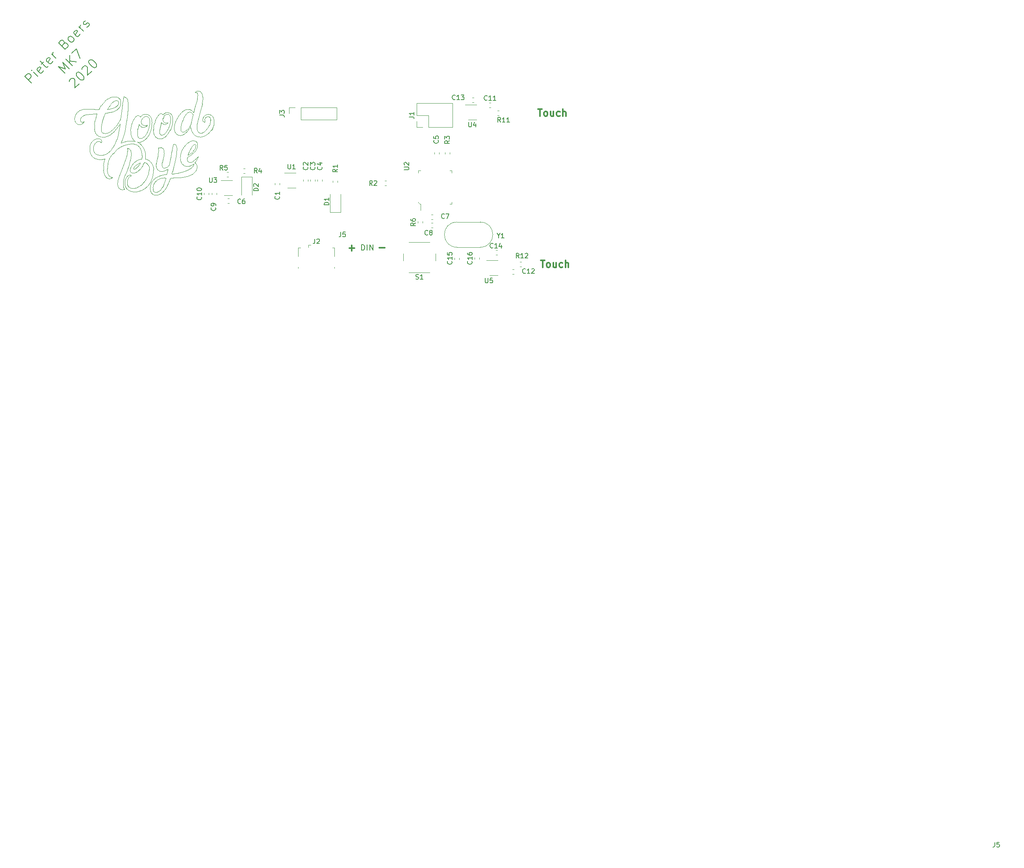
<source format=gbr>
G04 #@! TF.GenerationSoftware,KiCad,Pcbnew,(5.1.5)-3*
G04 #@! TF.CreationDate,2020-08-03T18:05:54+02:00*
G04 #@! TF.ProjectId,MK7 Gripper,4d4b3720-4772-4697-9070-65722e6b6963,rev?*
G04 #@! TF.SameCoordinates,Original*
G04 #@! TF.FileFunction,Legend,Top*
G04 #@! TF.FilePolarity,Positive*
%FSLAX46Y46*%
G04 Gerber Fmt 4.6, Leading zero omitted, Abs format (unit mm)*
G04 Created by KiCad (PCBNEW (5.1.5)-3) date 2020-08-03 18:05:54*
%MOMM*%
%LPD*%
G04 APERTURE LIST*
%ADD10C,0.150000*%
%ADD11C,0.300000*%
%ADD12C,0.200000*%
%ADD13C,0.090000*%
%ADD14C,0.120000*%
%ADD15C,0.100000*%
G04 APERTURE END LIST*
D10*
X61324870Y-86366602D02*
X61324870Y-86231915D01*
X61392214Y-86029885D01*
X61728931Y-85693167D01*
X61930962Y-85625824D01*
X62065649Y-85625824D01*
X62267679Y-85693167D01*
X62402366Y-85827854D01*
X62537053Y-86097228D01*
X62537053Y-87713472D01*
X63412519Y-86838007D01*
X62873771Y-84548328D02*
X63008458Y-84413641D01*
X63210488Y-84346297D01*
X63345175Y-84346297D01*
X63547206Y-84413641D01*
X63883923Y-84615671D01*
X64220641Y-84952389D01*
X64422671Y-85289106D01*
X64490015Y-85491137D01*
X64490015Y-85625824D01*
X64422671Y-85827854D01*
X64287984Y-85962541D01*
X64085954Y-86029885D01*
X63951267Y-86029885D01*
X63749236Y-85962541D01*
X63412519Y-85760511D01*
X63075801Y-85423793D01*
X62873771Y-85087076D01*
X62806427Y-84885045D01*
X62806427Y-84750358D01*
X62873771Y-84548328D01*
X64018610Y-83672862D02*
X64018610Y-83538175D01*
X64085954Y-83336145D01*
X64422671Y-82999427D01*
X64624702Y-82932084D01*
X64759389Y-82932084D01*
X64961419Y-82999427D01*
X65096106Y-83134114D01*
X65230793Y-83403488D01*
X65230793Y-85019732D01*
X66106259Y-84144267D01*
X65567511Y-81854588D02*
X65702198Y-81719901D01*
X65904228Y-81652557D01*
X66038915Y-81652557D01*
X66240946Y-81719901D01*
X66577663Y-81921931D01*
X66914381Y-82258649D01*
X67116411Y-82595366D01*
X67183755Y-82797397D01*
X67183755Y-82932084D01*
X67116411Y-83134114D01*
X66981724Y-83268801D01*
X66779694Y-83336145D01*
X66645007Y-83336145D01*
X66442976Y-83268801D01*
X66106259Y-83066771D01*
X65769541Y-82730053D01*
X65567511Y-82393336D01*
X65500167Y-82191305D01*
X65500167Y-82056618D01*
X65567511Y-81854588D01*
X60382816Y-84533709D02*
X58968603Y-83119496D01*
X60450160Y-83658244D01*
X59911412Y-82176687D01*
X61325625Y-83590900D01*
X61999061Y-82917465D02*
X60584847Y-81503251D01*
X62807183Y-82109343D02*
X61392969Y-81907312D01*
X61392969Y-80695129D02*
X61392969Y-82311374D01*
X61864374Y-80223725D02*
X62807183Y-79280916D01*
X63615305Y-81301221D01*
X53147069Y-86689457D02*
X51732855Y-85275243D01*
X52271603Y-84736495D01*
X52473634Y-84669151D01*
X52608321Y-84669151D01*
X52810351Y-84736495D01*
X53012382Y-84938526D01*
X53079725Y-85140556D01*
X53079725Y-85275243D01*
X53012382Y-85477274D01*
X52473634Y-86016022D01*
X54561283Y-85275243D02*
X53618473Y-84332434D01*
X53147069Y-83861029D02*
X53147069Y-83995716D01*
X53281756Y-83995716D01*
X53281756Y-83861029D01*
X53147069Y-83861029D01*
X53281756Y-83995716D01*
X55706122Y-83995716D02*
X55638779Y-84197747D01*
X55369405Y-84467121D01*
X55167374Y-84534464D01*
X54965344Y-84467121D01*
X54426596Y-83928373D01*
X54359252Y-83726342D01*
X54426596Y-83524312D01*
X54695970Y-83254938D01*
X54898000Y-83187594D01*
X55100031Y-83254938D01*
X55234718Y-83389625D01*
X54695970Y-84197747D01*
X55302061Y-82648846D02*
X55840809Y-82110098D01*
X55032687Y-81975411D02*
X56244870Y-83187594D01*
X56446901Y-83254938D01*
X56648931Y-83187594D01*
X56783618Y-83052907D01*
X57726427Y-81975411D02*
X57659084Y-82177442D01*
X57389710Y-82446816D01*
X57187679Y-82514159D01*
X56985649Y-82446816D01*
X56446901Y-81908068D01*
X56379557Y-81706037D01*
X56446901Y-81504007D01*
X56716275Y-81234633D01*
X56918305Y-81167289D01*
X57120336Y-81234633D01*
X57255023Y-81369320D01*
X56716275Y-82177442D01*
X58467206Y-81369320D02*
X57524397Y-80426511D01*
X57793771Y-80695885D02*
X57726427Y-80493854D01*
X57726427Y-80359167D01*
X57793771Y-80157137D01*
X57928458Y-80022450D01*
X60150793Y-78204175D02*
X60420167Y-78069488D01*
X60554854Y-78069488D01*
X60756885Y-78136832D01*
X60958915Y-78338862D01*
X61026259Y-78540893D01*
X61026259Y-78675580D01*
X60958915Y-78877610D01*
X60420167Y-79416358D01*
X59005954Y-78002145D01*
X59477358Y-77530740D01*
X59679389Y-77463397D01*
X59814076Y-77463397D01*
X60016106Y-77530740D01*
X60150793Y-77665427D01*
X60218137Y-77867458D01*
X60218137Y-78002145D01*
X60150793Y-78204175D01*
X59679389Y-78675580D01*
X62036411Y-77800114D02*
X61834381Y-77867458D01*
X61699694Y-77867458D01*
X61497663Y-77800114D01*
X61093602Y-77396053D01*
X61026259Y-77194023D01*
X61026259Y-77059336D01*
X61093602Y-76857305D01*
X61295633Y-76655275D01*
X61497663Y-76587931D01*
X61632350Y-76587931D01*
X61834381Y-76655275D01*
X62238442Y-77059336D01*
X62305785Y-77261366D01*
X62305785Y-77396053D01*
X62238442Y-77598084D01*
X62036411Y-77800114D01*
X63585312Y-76116527D02*
X63517968Y-76318557D01*
X63248594Y-76587931D01*
X63046564Y-76655275D01*
X62844533Y-76587931D01*
X62305785Y-76049183D01*
X62238442Y-75847153D01*
X62305785Y-75645122D01*
X62575159Y-75375748D01*
X62777190Y-75308405D01*
X62979220Y-75375748D01*
X63113907Y-75510435D01*
X62575159Y-76318557D01*
X64326090Y-75510435D02*
X63383281Y-74567626D01*
X63652655Y-74837000D02*
X63585312Y-74634970D01*
X63585312Y-74500283D01*
X63652655Y-74298252D01*
X63787342Y-74163565D01*
X65066869Y-74634970D02*
X65268900Y-74567626D01*
X65538274Y-74298252D01*
X65605617Y-74096222D01*
X65538274Y-73894191D01*
X65470930Y-73826848D01*
X65268900Y-73759504D01*
X65066869Y-73826848D01*
X64864838Y-74028878D01*
X64662808Y-74096222D01*
X64460777Y-74028878D01*
X64393434Y-73961535D01*
X64326090Y-73759504D01*
X64393434Y-73557473D01*
X64595464Y-73355443D01*
X64797495Y-73288099D01*
D11*
X127952571Y-122106428D02*
X129095428Y-122106428D01*
D12*
X124120428Y-122589857D02*
X124120428Y-121389857D01*
X124406142Y-121389857D01*
X124577571Y-121447000D01*
X124691857Y-121561285D01*
X124749000Y-121675571D01*
X124806142Y-121904142D01*
X124806142Y-122075571D01*
X124749000Y-122304142D01*
X124691857Y-122418428D01*
X124577571Y-122532714D01*
X124406142Y-122589857D01*
X124120428Y-122589857D01*
X125320428Y-122589857D02*
X125320428Y-121389857D01*
X125891857Y-122589857D02*
X125891857Y-121389857D01*
X126577571Y-122589857D01*
X126577571Y-121389857D01*
D11*
X121475571Y-122154142D02*
X122618428Y-122154142D01*
X122047000Y-122725571D02*
X122047000Y-121582714D01*
D13*
X68951810Y-98319466D02*
G75*
G02X67994326Y-98260392I-355582J2025737D01*
G01*
X66957877Y-97413085D02*
G75*
G02X66774074Y-96927038I2412737J1190177D01*
G01*
X67994327Y-98260392D02*
G75*
G02X67558407Y-98068188I590785J1930339D01*
G01*
X67558407Y-98068188D02*
G75*
G02X67215635Y-97790091I760910J1288161D01*
G01*
X67215635Y-97790091D02*
G75*
G02X66957877Y-97413085I1195003J1093638D01*
G01*
X66543277Y-92292173D02*
X66134508Y-92274130D01*
X69012280Y-90535727D02*
X68591438Y-90985893D01*
X64055517Y-95081380D02*
G75*
G02X63964877Y-95066544I-2565J268641D01*
G01*
X64446468Y-94910738D02*
G75*
G02X64371825Y-94963553I-256717J283669D01*
G01*
X64446468Y-94910739D02*
G75*
G02X64483514Y-94896778I36249J-40056D01*
G01*
X64382553Y-95133688D02*
G75*
G02X64196552Y-95358057I-1036240J669753D01*
G01*
X67845918Y-92008117D02*
G75*
G02X68187753Y-91493735I5798754J-3482813D01*
G01*
X63964877Y-95066544D02*
G75*
G02X63877767Y-95021625I113456J326946D01*
G01*
X63714593Y-95623268D02*
G75*
G02X63456846Y-95643460I-193277J811973D01*
G01*
X63747808Y-94862549D02*
G75*
G02X63695949Y-94551951I556105J252479D01*
G01*
X63602368Y-92579064D02*
G75*
G02X64314341Y-92322801I1298570J-2490644D01*
G01*
X67208148Y-93358996D02*
X67184658Y-93432076D01*
X64314341Y-92322801D02*
G75*
G02X64635824Y-92270392I697444J-3265988D01*
G01*
X63035210Y-95509783D02*
G75*
G02X62704488Y-95200633I542561J911895D01*
G01*
X66702645Y-96089812D02*
X66718759Y-96593580D01*
X66952723Y-94261151D02*
X66846355Y-94724314D01*
X64483514Y-94896778D02*
G75*
G02X64497902Y-94916166I-224J-15199D01*
G01*
X64677557Y-93574972D02*
G75*
G02X64932042Y-93495197I837967J-2227357D01*
G01*
X66774075Y-96927039D02*
G75*
G02X66718759Y-96593580I1627019J441213D01*
G01*
X66070151Y-93343695D02*
X66627905Y-93303859D01*
X66720241Y-95554132D02*
X66702645Y-96089812D01*
X66720241Y-95554132D02*
G75*
G02X66774095Y-95097038I4450607J-292645D01*
G01*
X67065812Y-93815873D02*
X66952723Y-94261151D01*
X67184658Y-93432076D02*
X67156794Y-93515315D01*
X62704488Y-95200632D02*
G75*
G02X62507402Y-94749411I1060102J731686D01*
G01*
X65225152Y-93435834D02*
X65604197Y-93386793D01*
X66927952Y-92308264D02*
X66543277Y-92292173D01*
X63802821Y-94951374D02*
G75*
G02X63747809Y-94862549I316694J257585D01*
G01*
X67227554Y-93296411D02*
X67208148Y-93358996D01*
X67212283Y-93267185D02*
G75*
G02X67229508Y-93283377I1002J-16192D01*
G01*
X64497902Y-94916166D02*
G75*
G02X64461536Y-95003038I-386908J110919D01*
G01*
X67252125Y-92321066D02*
X66927952Y-92308264D01*
X63456847Y-95643460D02*
G75*
G02X63035210Y-95509783I75025J968427D01*
G01*
X65423247Y-92247423D02*
X64974655Y-92246712D01*
X62469173Y-94212476D02*
G75*
G02X62638774Y-93567617I1858261J-143998D01*
G01*
X68591438Y-90985893D02*
X68187753Y-91493735D01*
X66846355Y-94724314D02*
X66774095Y-95097038D01*
X64382553Y-95133688D02*
X64461536Y-95003038D01*
X67156794Y-93515315D02*
X67065812Y-93815873D01*
X63967776Y-95525496D02*
G75*
G02X63714594Y-95623267I-486933J884233D01*
G01*
X63798469Y-94229190D02*
G75*
G02X64049094Y-93928929I970785J-555577D01*
G01*
X69404508Y-90198634D02*
G75*
G02X69619651Y-90052859I1690147J-2262763D01*
G01*
X64196552Y-95358058D02*
G75*
G02X63967776Y-95525496I-762620J801981D01*
G01*
X66134508Y-92274130D02*
X65423247Y-92247423D01*
X67845918Y-92008117D02*
X67652001Y-92330980D01*
X64049093Y-93928928D02*
G75*
G02X64421149Y-93685991I1184449J-1407599D01*
G01*
X62507403Y-94749411D02*
G75*
G02X62469173Y-94212476I1776483J396313D01*
G01*
X67652001Y-92330980D02*
X67403254Y-92325603D01*
X65604197Y-93386793D02*
X66070151Y-93343695D01*
X63695950Y-94551951D02*
G75*
G02X63798469Y-94229190I800148J-76491D01*
G01*
X63877767Y-95021626D02*
G75*
G02X63802820Y-94951374I221338J311236D01*
G01*
X69867517Y-89912761D02*
X69619651Y-90052859D01*
X63026965Y-93006547D02*
G75*
G02X63602368Y-92579064I1626168J-1587868D01*
G01*
X64974655Y-92246712D02*
X64635824Y-92270392D01*
X69012281Y-90535727D02*
G75*
G02X69404508Y-90198634I2656208J-2693916D01*
G01*
X64421150Y-93685992D02*
G75*
G02X64677557Y-93574972I1265348J-2570805D01*
G01*
X64133338Y-95068008D02*
G75*
G02X64055518Y-95081380I-80177J233477D01*
G01*
X67229507Y-93283376D02*
G75*
G02X67227554Y-93296411I-44461J-1D01*
G01*
X64253725Y-95021152D02*
X64133338Y-95068008D01*
X64371825Y-94963553D02*
X64253725Y-95021152D01*
X67403254Y-92325603D02*
X67252125Y-92321066D01*
X66627905Y-93303859D02*
X67212283Y-93267185D01*
X62638773Y-93567617D02*
G75*
G02X63026965Y-93006547I1845922J-862325D01*
G01*
X64932042Y-93495197D02*
G75*
G02X65225152Y-93435834I765901J-3028421D01*
G01*
X68634098Y-97465130D02*
G75*
G02X68498924Y-97398946I216099J612490D01*
G01*
X85452222Y-95445551D02*
G75*
G02X85667661Y-94783442I5860227J-1540715D01*
G01*
X70650348Y-92854107D02*
X71072019Y-92720235D01*
X71544760Y-89682606D02*
G75*
G02X71727296Y-89751988I-215893J-842803D01*
G01*
X71727296Y-89751988D02*
G75*
G02X71931684Y-89874080I-868950J-1686789D01*
G01*
X70158001Y-92968433D02*
X70650348Y-92854107D01*
X69614508Y-93057085D02*
X70158001Y-92968433D01*
X69218911Y-93110764D02*
X69333820Y-93094972D01*
X69164508Y-93118588D02*
X69218911Y-93110764D01*
X70164945Y-97133289D02*
G75*
G02X69626032Y-97421264I-1395018J1962374D01*
G01*
X85290408Y-96673102D02*
G75*
G02X85324024Y-96103032I4132791J42320D01*
G01*
X68971345Y-93376555D02*
G75*
G02X69041202Y-93223075I1484084J-582846D01*
G01*
X68308295Y-97182533D02*
G75*
G02X68244232Y-97021447I928798J462657D01*
G01*
X87312127Y-92902519D02*
G75*
G02X87527549Y-92989538I-97799J-552264D01*
G01*
X86334000Y-93532960D02*
G75*
G02X86581742Y-93244646I2096644J-1551007D01*
G01*
X86578540Y-96765773D02*
G75*
G02X86183846Y-97098123I-2244513J2265003D01*
G01*
X71816802Y-95256058D02*
X71450382Y-95792364D01*
X72325510Y-94377038D02*
X72143347Y-94707038D01*
X87084051Y-92912583D02*
G75*
G02X87312128Y-92902520I136606J-506468D01*
G01*
X72650009Y-91969601D02*
X72325510Y-94377038D01*
X85376922Y-97041696D02*
G75*
G02X85290408Y-96673102I779737J377464D01*
G01*
X86183846Y-97098123D02*
G75*
G02X85838319Y-97253375I-562558J789895D01*
G01*
X85838319Y-97253375D02*
G75*
G02X85567084Y-97226577I-95746J416961D01*
G01*
X68275540Y-95685517D02*
G75*
G02X68485620Y-94761388I8971571J-1553541D01*
G01*
X85872072Y-94310772D02*
G75*
G02X86095857Y-93891367I4680754J-2228141D01*
G01*
X70764442Y-89640116D02*
X70611841Y-89649686D01*
X72076258Y-91947028D02*
G75*
G02X71863401Y-92193983I-2352477J1812451D01*
G01*
X71450382Y-95792364D02*
X71071377Y-96278846D01*
X72405011Y-90658328D02*
G75*
G02X72395630Y-91181287I-1523588J-234232D01*
G01*
X69096543Y-93150989D02*
G75*
G02X69164508Y-93118588I87015J-95040D01*
G01*
X69626032Y-97421263D02*
G75*
G02X69110011Y-97532094I-619873J1629391D01*
G01*
X72143347Y-94707038D02*
X71816802Y-95256058D01*
X85567084Y-97226577D02*
G75*
G02X85376922Y-97041697I159232J354019D01*
G01*
X68498924Y-97398945D02*
G75*
G02X68391656Y-97306624I275796J428922D01*
G01*
X70120184Y-89792575D02*
X69867517Y-89912761D01*
X70120185Y-89792574D02*
G75*
G02X70349508Y-89707365I920549J-2126269D01*
G01*
X69470075Y-93076468D02*
X69614508Y-93057085D01*
X70487657Y-89670206D02*
X70349508Y-89707365D01*
X71009508Y-89637855D02*
X70764442Y-89640116D01*
X70487656Y-89670206D02*
G75*
G02X70611841Y-89649686I236310J-1044103D01*
G01*
X71329257Y-89648400D02*
X71009508Y-89637855D01*
X71329257Y-89648401D02*
G75*
G02X71544760Y-89682607I-74925J-1167971D01*
G01*
X71931683Y-89874081D02*
G75*
G02X72243921Y-90207918I-598934J-873118D01*
G01*
X68181707Y-96489312D02*
G75*
G02X68275540Y-95685517I7313419J-446375D01*
G01*
X86841125Y-93026233D02*
G75*
G02X87084050Y-92912583I444485J-633631D01*
G01*
X85324024Y-96103031D02*
G75*
G02X85452222Y-95445551I5151752J-663267D01*
G01*
X71397757Y-92571928D02*
G75*
G02X71072019Y-92720235I-1110988J2008268D01*
G01*
X68485619Y-94761388D02*
G75*
G02X68798251Y-93822038I10428751J-2949164D01*
G01*
X72243921Y-90207918D02*
G75*
G02X72405011Y-90658328I-1084591J-641918D01*
G01*
X71863401Y-92193983D02*
G75*
G02X71622968Y-92417826I-2159854J2078882D01*
G01*
X68391657Y-97306624D02*
G75*
G02X68308295Y-97182534I435163J382380D01*
G01*
X85667661Y-94783442D02*
X85872072Y-94310772D01*
X72395629Y-91181287D02*
G75*
G02X72215783Y-91722038I-2116044J403485D01*
G01*
X72215784Y-91722039D02*
G75*
G02X72076258Y-91947028I-1175821J573419D01*
G01*
X71622968Y-92417826D02*
G75*
G02X71397757Y-92571928I-923127J1107476D01*
G01*
X68244232Y-97021447D02*
G75*
G02X68181707Y-96489312I1448332J439918D01*
G01*
X69110010Y-97532095D02*
G75*
G02X68634097Y-97465130I-72267J1211020D01*
G01*
X71071377Y-96278846D02*
G75*
G02X70707492Y-96676343I-4355667J3622051D01*
G01*
X70707492Y-96676343D02*
G75*
G02X70164945Y-97133289I-3052301J3073533D01*
G01*
X86581742Y-93244646D02*
G75*
G02X86841125Y-93026233I1365566J-1358493D01*
G01*
X86095858Y-93891367D02*
G75*
G02X86333999Y-93532960I3668207J-2179001D01*
G01*
X69333820Y-93094972D02*
X69470075Y-93076468D01*
X68798251Y-93822038D02*
X68971345Y-93376555D01*
X69041203Y-93223075D02*
G75*
G02X69096543Y-93150990I231872J-120726D01*
G01*
X89974492Y-90568657D02*
X89998987Y-89983285D01*
X88830049Y-95390986D02*
X88940693Y-94770927D01*
X88926485Y-97001497D02*
G75*
G02X88828923Y-96725347I1205357J581154D01*
G01*
X91546597Y-95479009D02*
X91423900Y-95766367D01*
X91690238Y-94500606D02*
X91690634Y-94692038D01*
X91434507Y-93967714D02*
G75*
G02X91519350Y-94054610I-209799J-289712D01*
G01*
X91680453Y-94397452D02*
G75*
G02X91690238Y-94500606I-653785J-114062D01*
G01*
X91423899Y-95766367D02*
G75*
G02X91100016Y-96333557I-3863932J1830358D01*
G01*
X91084061Y-93885653D02*
X91180020Y-93890980D01*
X90263833Y-97235960D02*
G75*
G02X89871040Y-97436774I-736120J955294D01*
G01*
X90449123Y-94476557D02*
X90492156Y-94373419D01*
X89744449Y-91783376D02*
X89899439Y-91110591D01*
X90428892Y-94551055D02*
G75*
G02X90449123Y-94476557I393898J-66969D01*
G01*
X90951091Y-93906033D02*
G75*
G02X91013401Y-93890223I110888J-306338D01*
G01*
X89394118Y-88472002D02*
G75*
G02X89670191Y-88687257I-441881J-851393D01*
G01*
X89966528Y-89424661D02*
G75*
G02X89990956Y-89671188I-2526968J-374867D01*
G01*
X91655863Y-94311590D02*
G75*
G02X91680452Y-94397452I-390499J-158281D01*
G01*
X89076847Y-97228256D02*
G75*
G02X88926485Y-97001497I751716J661688D01*
G01*
X89069590Y-88376065D02*
G75*
G02X89394118Y-88472002I-85410J-885786D01*
G01*
X88778346Y-95953119D02*
G75*
G02X88830049Y-95390986I5721911J-242836D01*
G01*
X86811425Y-96516900D02*
X86578539Y-96765773D01*
X87060783Y-96214542D02*
X86811425Y-96516900D01*
X87278504Y-95922848D02*
X87060783Y-96214542D01*
X87503157Y-95321342D02*
X87423565Y-95640439D01*
X90882927Y-93935780D02*
G75*
G02X90951091Y-93906033I265496J-515402D01*
G01*
X89851284Y-88987625D02*
G75*
G02X89921670Y-89207376I-2157077J-812060D01*
G01*
X88828922Y-96725347D02*
G75*
G02X88780352Y-96382796I1892889J443113D01*
G01*
X90693983Y-96843830D02*
G75*
G02X90263834Y-97235959I-2581699J2400024D01*
G01*
X87392631Y-95727038D02*
G75*
G02X87278504Y-95922848I-1142740J534878D01*
G01*
X89998987Y-89983285D02*
X89990956Y-89671188D01*
X89974492Y-90568657D02*
G75*
G02X89899439Y-91110591I-5166483J439348D01*
G01*
X88940693Y-94770927D02*
X89131715Y-93982009D01*
X91013401Y-93890224D02*
G75*
G02X91084061Y-93885653I62124J-411984D01*
G01*
X91604508Y-94198379D02*
X91655864Y-94311591D01*
X89444520Y-92860158D02*
X89744449Y-91783376D01*
X90660511Y-94109519D02*
G75*
G02X90765082Y-94011395I606387J-541448D01*
G01*
X87423564Y-95640439D02*
G75*
G02X87392631Y-95727038I-471341J119541D01*
G01*
X91519351Y-94054610D02*
G75*
G02X91604508Y-94198379I-1011211J-696065D01*
G01*
X87593520Y-94941754D02*
X87503157Y-95321342D01*
X91180020Y-93890980D02*
G75*
G02X91329134Y-93917537I-79785J-879891D01*
G01*
X89636048Y-97479471D02*
G75*
G02X89429159Y-97460179I-45076J635600D01*
G01*
X87690016Y-94514454D02*
X87593520Y-94941754D01*
X91329134Y-93917537D02*
G75*
G02X91434507Y-93967714I-83375J-310820D01*
G01*
X87931232Y-93421869D02*
X87690016Y-94514454D01*
X87801802Y-93254454D02*
X87931232Y-93421869D01*
X87741689Y-93183228D02*
X87801802Y-93254454D01*
X89429158Y-97460180D02*
G75*
G02X89244854Y-97376416I152097J579300D01*
G01*
X90765081Y-94011395D02*
G75*
G02X90882927Y-93935780I456513J-581831D01*
G01*
X87667850Y-93107576D02*
X87741689Y-93183228D01*
X87592314Y-93038833D02*
X87667850Y-93107576D01*
X89871040Y-97436774D02*
G75*
G02X89636048Y-97479471I-312695J1052959D01*
G01*
X91100016Y-96333557D02*
G75*
G02X90693983Y-96843830I-3517611J2382345D01*
G01*
X90492156Y-94373419D02*
G75*
G02X90569521Y-94230292I1106585J-505673D01*
G01*
X87527549Y-92989539D02*
G75*
G02X87592314Y-93038833I-391772J-581920D01*
G01*
X88780352Y-96382795D02*
G75*
G02X88778346Y-95953118I4558573J236122D01*
G01*
X89244854Y-97376415D02*
G75*
G02X89076847Y-97228256I499385J735620D01*
G01*
X91627098Y-95222439D02*
G75*
G02X91546597Y-95479009I-2152008J534302D01*
G01*
X88749481Y-88415780D02*
G75*
G02X89069590Y-88376065I249038J-697350D01*
G01*
X89670191Y-88687257D02*
G75*
G02X89851284Y-88987626I-723226J-640810D01*
G01*
X91672986Y-94969050D02*
G75*
G02X91627098Y-95222440I-1993492J230162D01*
G01*
X91690634Y-94692038D02*
G75*
G02X91672986Y-94969049I-2704960J33260D01*
G01*
X89131715Y-93982009D02*
X89444520Y-92860158D01*
X90569521Y-94230292D02*
G75*
G02X90660511Y-94109518I769519J-485090D01*
G01*
X89921671Y-89207376D02*
G75*
G02X89966528Y-89424661I-1904788J-506507D01*
G01*
X80755489Y-96550733D02*
X80783793Y-96385527D01*
X81027645Y-95401806D02*
G75*
G02X81086296Y-95224443I1869958J-519988D01*
G01*
X82309048Y-93410487D02*
G75*
G02X82484433Y-93403156I139736J-1241413D01*
G01*
X87168456Y-99312958D02*
G75*
G02X87333998Y-99228260I951455J-1655486D01*
G01*
X82492430Y-95163165D02*
G75*
G02X82499508Y-95169274I903J-6109D01*
G01*
X81902836Y-93596288D02*
G75*
G02X82044561Y-93500952I1060975J-1424217D01*
G01*
X87855557Y-104199026D02*
X88058810Y-104043241D01*
X86942503Y-104610895D02*
G75*
G02X86484227Y-104595920I-183309J1410043D01*
G01*
X86014648Y-104438348D02*
G75*
G02X85550325Y-104048074I544793J1119507D01*
G01*
X85953857Y-100472294D02*
G75*
G02X86458018Y-99866211I4398144J-3145796D01*
G01*
X87333997Y-99228259D02*
G75*
G02X87497966Y-99164279I694548J-1537881D01*
G01*
X80844777Y-96106266D02*
X80934993Y-95745870D01*
X81769620Y-93705873D02*
G75*
G02X81902836Y-93596287I1204391J-1328327D01*
G01*
X87497966Y-99164279D02*
G75*
G02X87674508Y-99114718I624716J-1886065D01*
G01*
X81371665Y-95395177D02*
G75*
G02X81245097Y-95279628I605538J790380D01*
G01*
X85545472Y-101141828D02*
G75*
G02X85953858Y-100472294I4770384J-2450410D01*
G01*
X82445847Y-95171183D02*
X82386896Y-95184879D01*
X81835434Y-95209926D02*
G75*
G02X81708607Y-95117630I305553J553161D01*
G01*
X82499508Y-95169274D02*
G75*
G02X82495890Y-95182498I-25979J0D01*
G01*
X81470372Y-94751769D02*
G75*
G02X81406970Y-94542392I1102547J448151D01*
G01*
X82044561Y-93500952D02*
G75*
G02X82164519Y-93443957I342576J-566289D01*
G01*
X82650354Y-93419613D02*
G75*
G02X82760807Y-93460980I-52797J-309108D01*
G01*
X82292549Y-95434909D02*
G75*
G02X82146762Y-95525182I-445880J557219D01*
G01*
X82484432Y-93403156D02*
G75*
G02X82650354Y-93419612I-33859J-1186094D01*
G01*
X81827484Y-95583710D02*
G75*
G02X81670740Y-95551332I81598J790603D01*
G01*
X87855556Y-104199026D02*
G75*
G02X87396992Y-104478073I-1524732J1989323D01*
G01*
X87396992Y-104478073D02*
G75*
G02X86942503Y-104610894I-652127J1387459D01*
G01*
X86484227Y-104595920D02*
G75*
G02X86014647Y-104438348I371858J1886656D01*
G01*
X85550325Y-104048074D02*
G75*
G02X85262077Y-103440128I1498150J1082632D01*
G01*
X82407988Y-95314665D02*
X82443050Y-95265466D01*
X85306724Y-101774192D02*
G75*
G02X85545472Y-101141828I2892608J-730847D01*
G01*
X85262077Y-103440128D02*
G75*
G02X85177180Y-102660530I2515068J668309D01*
G01*
X81086296Y-95224443D02*
X81118095Y-95141847D01*
X85177180Y-102660529D02*
G75*
G02X85306724Y-101774192I4379552J-187465D01*
G01*
X86458018Y-99866211D02*
G75*
G02X86986766Y-99425320I2279835J-2196640D01*
G01*
X87168455Y-99312958D02*
X86986766Y-99425320D01*
X82164519Y-93443957D02*
G75*
G02X82309048Y-93410487I216538J-606259D01*
G01*
X82316835Y-95205185D02*
G75*
G02X82119441Y-95252126I-441999J1420147D01*
G01*
X81675769Y-93808052D02*
G75*
G02X81769620Y-93705874I604670J-461205D01*
G01*
X81602297Y-93921204D02*
G75*
G02X81675768Y-93808052I782505J-427655D01*
G01*
X81966245Y-95253830D02*
G75*
G02X81835435Y-95209926I54650J379655D01*
G01*
X81406969Y-94542392D02*
G75*
G02X81407580Y-94377038I396567J81213D01*
G01*
X81576719Y-94958235D02*
G75*
G02X81470371Y-94751770I1096253J695285D01*
G01*
X81670740Y-95551332D02*
G75*
G02X81516123Y-95487255I284517J905118D01*
G01*
X80721721Y-96891860D02*
X80734702Y-96720468D01*
X81407580Y-94377039D02*
G75*
G02X81444527Y-94255644I721998J-153424D01*
G01*
X81986240Y-95576867D02*
G75*
G02X81827485Y-95583710I-102659J536674D01*
G01*
X80734702Y-96720468D02*
X80755489Y-96550733D01*
X82443050Y-95265466D02*
X82472624Y-95220622D01*
X82119441Y-95252125D02*
G75*
G02X81966244Y-95253829I-82083J492314D01*
G01*
X81118095Y-95141847D02*
X81245097Y-95279628D01*
X81518077Y-94086877D02*
X81602298Y-93921204D01*
X81444527Y-94255644D02*
X81518077Y-94086877D01*
X81708607Y-95117630D02*
G75*
G02X81576719Y-94958235I563068J600162D01*
G01*
X82386896Y-95184879D02*
X82316835Y-95205184D01*
X82492429Y-95163166D02*
X82445847Y-95171183D01*
X81516124Y-95487255D02*
G75*
G02X81371666Y-95395177I460070J881141D01*
G01*
X80934993Y-95745870D02*
X81027645Y-95401806D01*
X80783793Y-96385527D02*
X80844777Y-96106266D01*
X80716824Y-97062038D02*
X80721721Y-96891860D01*
X82472624Y-95220622D02*
X82495890Y-95182498D01*
X82146762Y-95525182D02*
G75*
G02X81986240Y-95576867I-290172J626087D01*
G01*
X82407988Y-95314666D02*
G75*
G02X82292548Y-95434909I-514309J378228D01*
G01*
X82967374Y-93161367D02*
G75*
G02X83212813Y-93357215I-439014J-801895D01*
G01*
X82074778Y-93053722D02*
G75*
G02X82211990Y-93026251I278028J-1032270D01*
G01*
X79429779Y-97226314D02*
G75*
G02X79400799Y-96717038I4380627J504738D01*
G01*
X80049427Y-94256205D02*
G75*
G02X80401081Y-93705778I3389196J-1777725D01*
G01*
X82356349Y-93015708D02*
G75*
G02X82505124Y-93022234I17732J-1294899D01*
G01*
X79676199Y-97986708D02*
G75*
G02X79519924Y-97642658I1416082J850731D01*
G01*
X82760807Y-93460980D02*
G75*
G02X82921170Y-93616900I-262314J-430213D01*
G01*
X82655531Y-93045769D02*
G75*
G02X82967374Y-93161367I-237388J-1118814D01*
G01*
X83119762Y-96534550D02*
X83226381Y-96257677D01*
X80244044Y-98530795D02*
G75*
G02X80068540Y-98420313I586470J1126261D01*
G01*
X79420084Y-96240989D02*
X79400799Y-96717038D01*
X79736778Y-94942733D02*
G75*
G02X80049427Y-94256205I6308740J-2458588D01*
G01*
X83400365Y-95574762D02*
X83468837Y-95160974D01*
X83509675Y-94712101D02*
X83519997Y-94295376D01*
X81274900Y-98643713D02*
G75*
G02X80665038Y-98673938I-363946J1175671D01*
G01*
X83212813Y-93357214D02*
G75*
G02X83387726Y-93634914I-758798J-671877D01*
G01*
X83226381Y-96257677D02*
X83311976Y-95963755D01*
X83387726Y-93634915D02*
G75*
G02X83492378Y-93990880I-1508704J-636917D01*
G01*
X83492377Y-93990880D02*
G75*
G02X83519997Y-94295376I-1839707J-320371D01*
G01*
X79420084Y-96240989D02*
G75*
G02X79477332Y-95814858I4000130J-320485D01*
G01*
X83468837Y-95160974D02*
X83509675Y-94712101D01*
X82965734Y-96867038D02*
X83119762Y-96534550D01*
X79477332Y-95814858D02*
G75*
G02X79580032Y-95396211I3965976J-750989D01*
G01*
X82451610Y-97727588D02*
G75*
G02X81879041Y-98326898I-2375518J1696360D01*
G01*
X80665038Y-98673938D02*
G75*
G02X80439692Y-98613683I387963J1902441D01*
G01*
X81293239Y-93339911D02*
X81223337Y-93289054D01*
X79736777Y-94942733D02*
X79580032Y-95396211D01*
X81055618Y-93222038D02*
G75*
G02X81103137Y-93229378I1J-157488D01*
G01*
X80439692Y-98613683D02*
G75*
G02X80244044Y-98530795I423358J1271633D01*
G01*
X81228160Y-97871254D02*
G75*
G02X81093644Y-97856406I-4043J580142D01*
G01*
X83311976Y-95963755D02*
X83400365Y-95574762D01*
X80718360Y-97269300D02*
X80716824Y-97062038D01*
X83089589Y-94602038D02*
G75*
G02X83026030Y-95249116I-5528074J216333D01*
G01*
X80728224Y-97380271D02*
G75*
G02X80718360Y-97269300I800117J127042D01*
G01*
X80751694Y-97468978D02*
G75*
G02X80728223Y-97380271I425054J159924D01*
G01*
X80798747Y-97577986D02*
G75*
G02X80751695Y-97468978I1120191J548177D01*
G01*
X81371061Y-97854449D02*
G75*
G02X81228160Y-97871254I-147464J637987D01*
G01*
X80840567Y-97654141D02*
G75*
G02X80798747Y-97577986I787081J481785D01*
G01*
X80886586Y-97720212D02*
G75*
G02X80840567Y-97654141I535305J421910D01*
G01*
X81917815Y-97465136D02*
X81679834Y-97692735D01*
X80934497Y-97773411D02*
G75*
G02X80886586Y-97720212I380545J390894D01*
G01*
X82965734Y-96867038D02*
G75*
G02X82451610Y-97727588I-5518672J2713205D01*
G01*
X82505124Y-93022235D02*
G75*
G02X82655531Y-93045770I-143085J-1406773D01*
G01*
X80981995Y-97810487D02*
G75*
G02X80934497Y-97773411I145330J235149D01*
G01*
X81093644Y-97856407D02*
G75*
G02X80981995Y-97810486I83465J361622D01*
G01*
X81507536Y-97806823D02*
G75*
G02X81371061Y-97854449I-286636J602023D01*
G01*
X81679834Y-97692735D02*
G75*
G02X81507536Y-97806823I-489451J552030D01*
G01*
X79903634Y-98277459D02*
G75*
G02X79676199Y-97986708I1063823J1066489D01*
G01*
X82345522Y-96942578D02*
G75*
G02X82156733Y-97198533I-2381762J1559156D01*
G01*
X80751557Y-93334860D02*
G75*
G02X81055618Y-93222038I304062J-353321D01*
G01*
X82156733Y-97198533D02*
X81917815Y-97465136D01*
X83028470Y-93852050D02*
G75*
G02X83084571Y-94175766I-1451817J-418323D01*
G01*
X79519924Y-97642658D02*
G75*
G02X79429778Y-97226314I2061289J664237D01*
G01*
X80401080Y-93705777D02*
G75*
G02X80751557Y-93334860I1967358J-1507901D01*
G01*
X81103137Y-93229379D02*
G75*
G02X81159613Y-93252165I-119451J-377440D01*
G01*
X82665443Y-96383259D02*
G75*
G02X82345522Y-96942578I-4811162J2380756D01*
G01*
X82888449Y-95830798D02*
G75*
G02X82665444Y-96383259I-3746043J1190882D01*
G01*
X81159613Y-93252164D02*
G75*
G02X81223337Y-93289054I-254708J-513470D01*
G01*
X82211990Y-93026251D02*
G75*
G02X82356349Y-93015709I161104J-1212413D01*
G01*
X83026030Y-95249117D02*
G75*
G02X82888449Y-95830799I-3911317J618002D01*
G01*
X83084571Y-94175765D02*
G75*
G02X83089589Y-94602038I-4182463J-262404D01*
G01*
X82921169Y-93616900D02*
G75*
G02X83028470Y-93852050I-737430J-478550D01*
G01*
X81879041Y-98326898D02*
G75*
G02X81274900Y-98643714I-1159089J1475852D01*
G01*
X80068541Y-98420313D02*
G75*
G02X79903635Y-98277459I932207J1242715D01*
G01*
X76411299Y-95687502D02*
X76500246Y-95829226D01*
X77904805Y-95729420D02*
X77819318Y-95757103D01*
X77543165Y-96185619D02*
G75*
G02X77396810Y-96213836I-199498J641099D01*
G01*
X77033244Y-96189318D02*
G75*
G02X76867276Y-96134894I185281J845291D01*
G01*
X77977171Y-95841016D02*
X78057023Y-95727242D01*
X76719281Y-96049775D02*
G75*
G02X76584031Y-95932130I584444J808476D01*
G01*
X77908095Y-93856903D02*
G75*
G02X78054483Y-93874042I-64766J-1186881D01*
G01*
X78041680Y-95693037D02*
G75*
G02X78054029Y-95696560I3007J-12865D01*
G01*
X76867276Y-96134893D02*
G75*
G02X76719282Y-96049775I333820J751624D01*
G01*
X77222108Y-96215521D02*
G75*
G02X77033244Y-96189318I73373J1222583D01*
G01*
X77758915Y-93858012D02*
G75*
G02X77908095Y-93856902I83537J-1201859D01*
G01*
X77639508Y-93880092D02*
G75*
G02X77758915Y-93858012I156595J-512944D01*
G01*
X76861902Y-94616767D02*
G75*
G02X77059387Y-94295465I1342690J-603931D01*
G01*
X77396810Y-96213836D02*
G75*
G02X77222108Y-96215521I-99439J1252390D01*
G01*
X75231342Y-105211320D02*
G75*
G02X75139448Y-105157331I5857J115170D01*
G01*
X77499054Y-95826746D02*
G75*
G02X77378061Y-95804572I11456J403681D01*
G01*
X77378061Y-95804573D02*
G75*
G02X77225402Y-95740248I420616J1211550D01*
G01*
X76776884Y-94947803D02*
G75*
G02X76861902Y-94616767I999331J-80215D01*
G01*
X76870888Y-95416984D02*
G75*
G02X76790386Y-95197526I625070J353785D01*
G01*
X77979146Y-95708408D02*
X77904805Y-95729420D01*
X76156129Y-104550024D02*
G75*
G02X75988249Y-104747333I-2056036J1579299D01*
G01*
X81519836Y-93376914D02*
X81442359Y-93457783D01*
X75259494Y-104770632D02*
G75*
G02X75474868Y-104509165I1577443J-1079923D01*
G01*
X75128027Y-105009872D02*
G75*
G02X75259494Y-104770633I1284410J-550069D01*
G01*
X76312970Y-104324576D02*
G75*
G02X76156129Y-104550024I-2466016J1548295D01*
G01*
X81442359Y-93457783D02*
X81293239Y-93339911D01*
X76337686Y-95547340D02*
X76411299Y-95687502D01*
X75139448Y-105157331D02*
G75*
G02X75128027Y-105009872I135245J84647D01*
G01*
X76214297Y-103978415D02*
X76477023Y-103833568D01*
X76477022Y-103833568D02*
G75*
G02X76562733Y-103812038I85711J-159842D01*
G01*
X81519836Y-93376914D02*
G75*
G02X81624779Y-93286601I520407J-498582D01*
G01*
X78054028Y-95696560D02*
G75*
G02X78057023Y-95727242I-17162J-17162D01*
G01*
X81777621Y-93188444D02*
X81624779Y-93286601D01*
X81777621Y-93188444D02*
G75*
G02X81939729Y-93103269I1057270J-1815400D01*
G01*
X75948525Y-104136524D02*
X76214297Y-103978415D01*
X77806653Y-96033621D02*
G75*
G02X77675268Y-96126986I-619830J733118D01*
G01*
X81939729Y-93103269D02*
G75*
G02X82074778Y-93053722I346588J-735861D01*
G01*
X76506214Y-103973842D02*
X76456051Y-104074538D01*
X76543605Y-103889148D02*
X76506214Y-103973842D01*
X77675268Y-96126987D02*
G75*
G02X77543165Y-96185620I-317553J537322D01*
G01*
X75474869Y-104509165D02*
G75*
G02X75742116Y-104277015I1622295J-1597663D01*
G01*
X78041680Y-95693037D02*
X77979146Y-95708408D01*
X77332457Y-94034349D02*
G75*
G02X77639508Y-93880092I604872J-821283D01*
G01*
X75988249Y-104747333D02*
G75*
G02X75812050Y-104912940I-1434850J1350079D01*
G01*
X77225401Y-95740248D02*
G75*
G02X77017753Y-95599272I422946J846386D01*
G01*
X77887557Y-95953535D02*
X77977171Y-95841016D01*
X76199529Y-95778129D02*
X76290873Y-95463716D01*
X77887557Y-95953535D02*
G75*
G02X77806654Y-96033622I-549718J474416D01*
G01*
X77819318Y-95757103D02*
X77629840Y-95812675D01*
X76569499Y-103821678D02*
X76543605Y-103889148D01*
X76337685Y-95547340D02*
G75*
G02X76318595Y-95467682I174806J84010D01*
G01*
X76562733Y-103812037D02*
G75*
G02X76569499Y-103821678I0J-7195D01*
G01*
X76584031Y-95932130D02*
G75*
G02X76500246Y-95829226I587260J563708D01*
G01*
X77059388Y-94295466D02*
G75*
G02X77332457Y-94034350I1149165J-928430D01*
G01*
X78054483Y-93874042D02*
G75*
G02X78164508Y-93908740I-80962J-448510D01*
G01*
X75378821Y-105189204D02*
G75*
G02X75231341Y-105211320I-128385J353338D01*
G01*
X75742116Y-104277015D02*
X75948525Y-104136524D01*
X75575563Y-105089497D02*
G75*
G02X75378821Y-105189203I-509934J762249D01*
G01*
X75812050Y-104912940D02*
G75*
G02X75575563Y-105089497I-1824089J2196593D01*
G01*
X76290873Y-95463716D02*
G75*
G02X76318595Y-95467682I13532J-4284D01*
G01*
X76456051Y-104074538D02*
X76312970Y-104324576D01*
X77017754Y-95599273D02*
G75*
G02X76870889Y-95416984I480252J537232D01*
G01*
X76790386Y-95197526D02*
G75*
G02X76776884Y-94947803I918665J174897D01*
G01*
X77629840Y-95812675D02*
G75*
G02X77499054Y-95826747I-116979J472418D01*
G01*
X78624533Y-95260691D02*
G75*
G02X78582636Y-95678188I-4561897J246948D01*
G01*
X69509507Y-92290038D02*
G75*
G02X69530577Y-92222372I119190J0D01*
G01*
X78491200Y-94272127D02*
G75*
G02X78577984Y-94540261I-1121264J-511019D01*
G01*
X73896717Y-90417039D02*
G75*
G02X73934989Y-90766643I-1760606J-369631D01*
G01*
X71290988Y-90458993D02*
G75*
G02X71398091Y-90444457I116650J-457621D01*
G01*
X71057096Y-90551283D02*
G75*
G02X71290988Y-90458994I480555J-875367D01*
G01*
X70260064Y-91216686D02*
G75*
G02X70519706Y-90946936I2775200J-2411376D01*
G01*
X73470003Y-89804816D02*
G75*
G02X73623899Y-89933178I-690160J-983889D01*
G01*
X70919817Y-92032286D02*
G75*
G02X70243237Y-92214532I-1328391J3584581D01*
G01*
X71894217Y-90686023D02*
G75*
G02X71927592Y-90808669I-411995J-177977D01*
G01*
X69741025Y-92285198D02*
X69526778Y-92305829D01*
X72990063Y-89574975D02*
X72890285Y-90250823D01*
X71741901Y-90515656D02*
G75*
G02X71832032Y-90588812I-183685J-318406D01*
G01*
X73004507Y-89562760D02*
G75*
G02X73069183Y-89577420I-3270J-164419D01*
G01*
X71795303Y-91376404D02*
G75*
G02X71449994Y-91744442I-1199298J779225D01*
G01*
X71927591Y-90808669D02*
G75*
G02X71932573Y-90957038I-819158J-101770D01*
G01*
X72779807Y-91022107D02*
X72650009Y-91969601D01*
X73934430Y-91541322D02*
X73934989Y-90766643D01*
X71932574Y-90957039D02*
G75*
G02X71795303Y-91376405I-857318J48475D01*
G01*
X73623899Y-89933178D02*
G75*
G02X73749040Y-90081622I-744369J-754486D01*
G01*
X78164508Y-93908739D02*
G75*
G02X78269044Y-93968497I-290667J-629789D01*
G01*
X71398090Y-90444457D02*
G75*
G02X71524103Y-90451065I17583J-869490D01*
G01*
X71524103Y-90451065D02*
G75*
G02X71646401Y-90475602I-106619J-848465D01*
G01*
X76904629Y-98553338D02*
G75*
G02X76683220Y-98589970I-322159J1259764D01*
G01*
X69812545Y-91816332D02*
X70081401Y-91440545D01*
X78269044Y-93968498D02*
G75*
G02X78350949Y-94040678I-268361J-387076D01*
G01*
X71832033Y-90588812D02*
G75*
G02X71894218Y-90686023I-267582J-239666D01*
G01*
X73841069Y-90244831D02*
G75*
G02X73896717Y-90417038I-784412J-348573D01*
G01*
X76140171Y-98336540D02*
G75*
G02X76067055Y-98172218I956307J523941D01*
G01*
X78577983Y-94540261D02*
G75*
G02X78622444Y-94875964I-2489220J-500470D01*
G01*
X71646401Y-90475602D02*
G75*
G02X71741902Y-90515656I-110190J-396602D01*
G01*
X72890285Y-90250823D02*
X72779807Y-91022107D01*
X73470002Y-89804816D02*
X73337563Y-89718518D01*
X78582636Y-95678188D02*
G75*
G02X78370322Y-96610930I-6084324J894402D01*
G01*
X72990063Y-89574975D02*
G75*
G02X73004508Y-89562760I14160J-2096D01*
G01*
X73196446Y-89639323D02*
X73069183Y-89577420D01*
X76099865Y-96188582D02*
X76199529Y-95778129D01*
X76034550Y-96540254D02*
X76099865Y-96188582D01*
X76003132Y-96856652D02*
G75*
G02X76034550Y-96540254I3129079J-150963D01*
G01*
X75989859Y-97305632D02*
X76003131Y-96856652D01*
X75992528Y-97744681D02*
X75989859Y-97305632D01*
X76018729Y-97992038D02*
G75*
G02X75992528Y-97744681I1483157J282166D01*
G01*
X76067055Y-98172218D02*
G75*
G02X76018729Y-97992038I1190317J415827D01*
G01*
X77102629Y-98480164D02*
G75*
G02X76904630Y-98553338I-450776J915280D01*
G01*
X70792434Y-90720150D02*
G75*
G02X71057095Y-90551282I1412186J-1921437D01*
G01*
X69526778Y-92305829D02*
G75*
G02X69509508Y-92290038I-1416J15791D01*
G01*
X76227761Y-98466675D02*
G75*
G02X76140171Y-98336540I667634J543906D01*
G01*
X76683221Y-98589970D02*
G75*
G02X76475064Y-98587292I-89315J1149250D01*
G01*
X76319508Y-98541026D02*
G75*
G02X76227761Y-98466675I131914J256562D01*
G01*
X76475064Y-98587291D02*
G75*
G02X76319508Y-98541025I45283J436881D01*
G01*
X78370322Y-96610930D02*
G75*
G02X78023476Y-97445668I-4690088J1459373D01*
G01*
X69530577Y-92222372D02*
X69812545Y-91816332D01*
X77586240Y-98099039D02*
G75*
G02X77102629Y-98480165I-1136735J945011D01*
G01*
X70243237Y-92214532D02*
X69982290Y-92255647D01*
X78622444Y-94875964D02*
G75*
G02X78624533Y-95260691I-3227576J-209893D01*
G01*
X78421275Y-94137101D02*
G75*
G02X78491200Y-94272127I-1308698J-763338D01*
G01*
X73749040Y-90081621D02*
G75*
G02X73841070Y-90244831I-807956J-563140D01*
G01*
X78350949Y-94040678D02*
G75*
G02X78421275Y-94137101I-435305J-391347D01*
G01*
X71449994Y-91744442D02*
G75*
G02X70919817Y-92032286I-1268248J1703787D01*
G01*
X70519705Y-90946936D02*
G75*
G02X70792434Y-90720151I2028077J-2161557D01*
G01*
X70081401Y-91440545D02*
X70260064Y-91216686D01*
X73337563Y-89718518D02*
X73196446Y-89639323D01*
X78023476Y-97445667D02*
G75*
G02X77586239Y-98099038I-3354482J1771841D01*
G01*
X69982290Y-92255647D02*
X69741025Y-92285198D01*
X72394758Y-99529740D02*
X72419209Y-99471035D01*
X74992715Y-94886818D02*
G75*
G02X75311435Y-94310278I4124895J-1903940D01*
G01*
X72396668Y-99539200D02*
G75*
G02X72394758Y-99529740I6169J6169D01*
G01*
X72643133Y-99458786D02*
X72552078Y-99493040D01*
X78992250Y-94375339D02*
G75*
G02X79063552Y-94704121I-2131128J-634296D01*
G01*
X78415499Y-93564534D02*
G75*
G02X78726867Y-93845871I-598073J-974884D01*
G01*
X76437048Y-93840525D02*
X76272519Y-93701078D01*
X73494894Y-99213064D02*
X73178299Y-99291768D01*
X78881444Y-94094276D02*
G75*
G02X78992249Y-94375339I-1570087J-781354D01*
G01*
X75321659Y-99071361D02*
G75*
G02X74828973Y-98512127I806557J1207224D01*
G01*
X78188977Y-98257832D02*
G75*
G02X77745801Y-98751127I-2760682J2034469D01*
G01*
X78726867Y-93845871D02*
G75*
G02X78881445Y-94094276I-1227844J-936366D01*
G01*
X74828973Y-98512127D02*
G75*
G02X74548979Y-97649965I2738982J1366050D01*
G01*
X73769508Y-99157778D02*
G75*
G02X74037991Y-99130145I335326J-1939956D01*
G01*
X73911733Y-92353939D02*
X73934430Y-91541322D01*
X72406393Y-99541591D02*
G75*
G02X72396669Y-99539200I-2886J9230D01*
G01*
X77014284Y-93549972D02*
G75*
G02X77144755Y-93473066I436192J-590877D01*
G01*
X73864272Y-92997038D02*
X73911733Y-92353939D01*
X73732916Y-94066372D02*
X73864272Y-92997038D01*
X73535222Y-95371293D02*
X73732916Y-94066372D01*
X73141457Y-97467038D02*
X73320785Y-96620539D01*
X73009440Y-97953495D02*
X73141457Y-97467038D01*
X72473610Y-99520121D02*
X72406393Y-99541592D01*
X73769508Y-99157778D02*
X73494894Y-99213064D01*
X74549325Y-99118837D02*
X74037991Y-99130145D01*
X75311435Y-94310278D02*
G75*
G02X75649374Y-93873597I2857246J-1862064D01*
G01*
X75649373Y-93873597D02*
G75*
G02X75963418Y-93659679I607401J-554223D01*
G01*
X77745800Y-98751127D02*
G75*
G02X77252522Y-99116293I-1982824J2162718D01*
G01*
X77014284Y-93549972D02*
X76851715Y-93680570D01*
X79081003Y-95729326D02*
G75*
G02X78973216Y-96417326I-6386268J648074D01*
G01*
X76576569Y-93953003D02*
G75*
G02X76535299Y-93926866I68818J154312D01*
G01*
X77562665Y-93363483D02*
G75*
G02X78007529Y-93396433I118685J-1417192D01*
G01*
X76535299Y-93926866D02*
X76437048Y-93840525D01*
X74511738Y-96614642D02*
G75*
G02X74733427Y-95547038I4888430J-458268D01*
G01*
X72552078Y-99493040D02*
X72473610Y-99520121D01*
X75060823Y-99119420D02*
G75*
G02X75314508Y-99141919I-21060J-1678878D01*
G01*
X72874504Y-99378685D02*
X72643133Y-99458786D01*
X73178299Y-99291768D02*
X72874504Y-99378685D01*
X78007529Y-93396433D02*
G75*
G02X78415499Y-93564534I-318738J-1352661D01*
G01*
X76603237Y-93950899D02*
G75*
G02X76576568Y-93953003I-15268J23459D01*
G01*
X78792026Y-97087462D02*
G75*
G02X78552624Y-97665778I-4018409J1324765D01*
G01*
X76626827Y-93925161D02*
G75*
G02X76603238Y-93950899I-61791J32955D01*
G01*
X75060822Y-99119420D02*
X74549325Y-99118837D01*
X74733427Y-95547038D02*
G75*
G02X74992715Y-94886818I5794108J-1894493D01*
G01*
X76170276Y-93642634D02*
G75*
G02X76272519Y-93701078I-136456J-357374D01*
G01*
X76078057Y-93631310D02*
G75*
G02X76170276Y-93642634I23226J-192013D01*
G01*
X77144755Y-93473065D02*
G75*
G02X77562665Y-93363483I522706J-1141743D01*
G01*
X78973216Y-96417325D02*
G75*
G02X78792026Y-97087461I-6244919J1328926D01*
G01*
X75321659Y-99071361D02*
X75464508Y-99166799D01*
X76626828Y-93925161D02*
G75*
G02X76703331Y-93820734I402626J-214728D01*
G01*
X76851715Y-93680570D02*
X76703331Y-93820734D01*
X78552625Y-97665778D02*
G75*
G02X78188977Y-98257832I-3685590J1856035D01*
G01*
X77252522Y-99116292D02*
G75*
G02X76739932Y-99327694I-999324J1695939D01*
G01*
X74548979Y-97649965D02*
G75*
G02X74511738Y-96614643I3958659J660727D01*
G01*
X79099257Y-95097038D02*
G75*
G02X79081003Y-95729325I-4375833J-190079D01*
G01*
X73320785Y-96620539D02*
X73535222Y-95371293D01*
X72488865Y-99322613D02*
X72664603Y-98934733D01*
X72450093Y-99402216D02*
X72488865Y-99322613D01*
X72419209Y-99471035D02*
X72450093Y-99402216D01*
X79063552Y-94704121D02*
G75*
G02X79099257Y-95097038I-4140148J-574307D01*
G01*
X75963419Y-93659679D02*
G75*
G02X76078057Y-93631310I172802J-452479D01*
G01*
X72844318Y-98459949D02*
X73009440Y-97953495D01*
X75464508Y-99166799D02*
X75314508Y-99141919D01*
X72664603Y-98934733D02*
X72844318Y-98459949D01*
X73824676Y-108515999D02*
G75*
G02X73779225Y-107980701I1618384J406992D01*
G01*
X79074472Y-104010591D02*
G75*
G02X79245272Y-104303741I-2005185J-1364627D01*
G01*
X74461636Y-106673299D02*
X74584065Y-106590579D01*
X76511408Y-99711480D02*
G75*
G02X76833330Y-100030544I-2339432J-2682322D01*
G01*
X73285370Y-107838592D02*
G75*
G02X73359886Y-107489591I2184116J-283884D01*
G01*
X73600191Y-109337674D02*
G75*
G02X73346208Y-108839082I1165161J907520D01*
G01*
X79252575Y-106718819D02*
G75*
G02X79061383Y-107387408I-6444434J1481237D01*
G01*
X73260028Y-108224740D02*
G75*
G02X73285369Y-107838592I3038584J-5501D01*
G01*
X73983017Y-107185849D02*
G75*
G02X74186928Y-106898128I1157241J-604032D01*
G01*
X77809791Y-103026649D02*
X77663131Y-102989061D01*
X73346208Y-108839083D02*
G75*
G02X73260028Y-108224740I2118162J610352D01*
G01*
X73848330Y-107544562D02*
G75*
G02X73983018Y-107185849I1531719J-370482D01*
G01*
X77809791Y-103026649D02*
G75*
G02X78156662Y-103157666I-418324J-1632209D01*
G01*
X77123024Y-100400659D02*
G75*
G02X77348564Y-100785836I-2544101J-1748313D01*
G01*
X76739932Y-99327695D02*
G75*
G02X76636290Y-99349212I-289948J1136205D01*
G01*
X75989485Y-99360583D02*
G75*
G02X75990911Y-99359182I1393J8D01*
G01*
X75274548Y-110075637D02*
G75*
G02X74923528Y-110042774I170014J3707118D01*
G01*
X76525064Y-99362790D02*
X76636290Y-99349212D01*
X76403195Y-99368726D02*
X76525064Y-99362790D01*
X76267409Y-99367193D02*
X76403195Y-99368726D01*
X75990719Y-99362752D02*
G75*
G02X75989484Y-99360584I1314J2184D01*
G01*
X76833329Y-100030545D02*
G75*
G02X77123024Y-100400659I-2834862J-2517325D01*
G01*
X77348564Y-100785836D02*
G75*
G02X77558367Y-101294795I-3723863J-1832770D01*
G01*
X79245272Y-104303741D02*
G75*
G02X79349033Y-104583509I-1309363J-644744D01*
G01*
X74186928Y-106898128D02*
G75*
G02X74461636Y-106673299I978342J-915147D01*
G01*
X73779225Y-107980701D02*
G75*
G02X73848329Y-107544562I2748572J-211954D01*
G01*
X74288684Y-106439649D02*
G75*
G02X74469530Y-106450396I70176J-346082D01*
G01*
X79349033Y-104583508D02*
G75*
G02X79402550Y-104907005I-1789867J-462281D01*
G01*
X75634332Y-110075235D02*
G75*
G02X75274548Y-110075637I-184166J3828929D01*
G01*
X73652896Y-106915194D02*
G75*
G02X73872354Y-106674984I1852616J-1472207D01*
G01*
X78815592Y-107964477D02*
G75*
G02X78313477Y-108706267I-3304680J1696091D01*
G01*
X74625625Y-109978020D02*
G75*
G02X74028280Y-109716196I735693J2490787D01*
G01*
X79061383Y-107387408D02*
G75*
G02X78815592Y-107964477I-4150137J1426789D01*
G01*
X78485799Y-103366914D02*
G75*
G02X78793010Y-103652399I-1472372J-1892469D01*
G01*
X76048253Y-99397297D02*
X75990720Y-99362752D01*
X77681043Y-101791556D02*
G75*
G02X77720612Y-102302670I-3077350J-495328D01*
G01*
X76189514Y-99480584D02*
X76112825Y-99435678D01*
X76189514Y-99480584D02*
G75*
G02X76511408Y-99711480I-1050912J-1804912D01*
G01*
X74028280Y-109716196D02*
G75*
G02X73600192Y-109337674I797067J1332771D01*
G01*
X77558367Y-101294795D02*
G75*
G02X77681044Y-101791556I-2941801J-990016D01*
G01*
X78313477Y-108706267D02*
G75*
G02X77638373Y-109324628I-3054281J2656846D01*
G01*
X77638373Y-109324628D02*
G75*
G02X76836183Y-109779461I-2415026J3324557D01*
G01*
X77663131Y-102989061D02*
X77681556Y-102854632D01*
X78793010Y-103652399D02*
G75*
G02X79074472Y-104010591I-2471199J-2231518D01*
G01*
X79376023Y-106017647D02*
G75*
G02X79252574Y-106718819I-6843611J843440D01*
G01*
X74923527Y-110042774D02*
G75*
G02X74625624Y-109978021I292774J2064565D01*
G01*
X74610835Y-106539829D02*
G75*
G02X74584065Y-106590579I-65916J2334D01*
G01*
X79418353Y-105342038D02*
G75*
G02X79376023Y-106017646I-5639596J14221D01*
G01*
X76836184Y-109779461D02*
G75*
G02X75959508Y-110039194I-1559521J3654456D01*
G01*
X74469531Y-106450396D02*
G75*
G02X74584609Y-106496598I-308595J-935052D01*
G01*
X74041757Y-108947137D02*
G75*
G02X73824676Y-108515999I855108J700773D01*
G01*
X75959507Y-110039193D02*
G75*
G02X75634332Y-110075235I-451345J2587188D01*
G01*
X73872353Y-106674984D02*
G75*
G02X74087100Y-106515238I758076J-794866D01*
G01*
X78156662Y-103157666D02*
G75*
G02X78485798Y-103366915I-934632J-1833598D01*
G01*
X73482869Y-107180939D02*
G75*
G02X73652896Y-106915194I1379372J-695275D01*
G01*
X76160831Y-99363554D02*
X76267409Y-99367193D01*
X76071115Y-99361063D02*
X76160831Y-99363554D01*
X75990911Y-99359182D02*
X76071115Y-99361063D01*
X73359886Y-107489591D02*
G75*
G02X73482869Y-107180939I1816446J-544939D01*
G01*
X74584609Y-106496598D02*
G75*
G02X74610835Y-106539829I-19829J-41600D01*
G01*
X79418354Y-105342038D02*
X79402550Y-104907005D01*
X76112825Y-99435678D02*
X76048253Y-99397297D01*
X77720612Y-102302670D02*
G75*
G02X77681556Y-102854632I-4222026J21382D01*
G01*
X74087100Y-106515238D02*
G75*
G02X74288683Y-106439649I336957J-592020D01*
G01*
X73791860Y-100727070D02*
X73820540Y-100863618D01*
X74551601Y-102886344D02*
G75*
G02X74212066Y-104172548I-10096043J1977262D01*
G01*
X71997360Y-106820992D02*
X71842479Y-107379655D01*
X71828073Y-109024323D02*
G75*
G02X71711741Y-108526580I1312094J569128D01*
G01*
X72937935Y-108593312D02*
X72939809Y-108207038D01*
X71742068Y-107897926D02*
G75*
G02X71842479Y-107379655I5801246J-855082D01*
G01*
X74057212Y-100763545D02*
G75*
G02X74250381Y-100882234I-539903J-1095240D01*
G01*
X71711741Y-108526580D02*
G75*
G02X71742069Y-107897926I3207810J160307D01*
G01*
X74250380Y-100882234D02*
G75*
G02X74410136Y-101028509I-668299J-890264D01*
G01*
X72762853Y-109623614D02*
G75*
G02X72612280Y-109618418I-37732J1090861D01*
G01*
X73790049Y-100688154D02*
G75*
G02X73804402Y-100674661I15046J-1624D01*
G01*
X73662702Y-105611842D02*
X74212066Y-104172548D01*
X73328873Y-106434298D02*
X73662702Y-105611842D01*
X72923274Y-109607647D02*
G75*
G02X72762853Y-109623614I-203565J1231330D01*
G01*
X73023061Y-109173191D02*
G75*
G02X72965763Y-108912318I1809853J534245D01*
G01*
X72476847Y-109591916D02*
G75*
G02X72087714Y-109379327I287326J988371D01*
G01*
X72965762Y-108912318D02*
G75*
G02X72937935Y-108593312I2715723J397613D01*
G01*
X74527738Y-101194921D02*
G75*
G02X74676647Y-101839528I-1083769J-589861D01*
G01*
X73804402Y-100674660D02*
G75*
G02X73840478Y-100679011I5037J-109990D01*
G01*
X72087714Y-109379326D02*
G75*
G02X71828073Y-109024323I655786J752075D01*
G01*
X73791860Y-100727070D02*
G75*
G02X73790049Y-100688153I124371J25289D01*
G01*
X73111660Y-109380800D02*
G75*
G02X73023061Y-109173191I844041J482912D01*
G01*
X73201917Y-109538553D02*
X73111660Y-109380800D01*
X74676648Y-101839529D02*
G75*
G02X74551601Y-102886344I-7074419J314190D01*
G01*
X72939809Y-108207039D02*
G75*
G02X72995341Y-107638327I4842507J-185780D01*
G01*
X72612280Y-109618417D02*
G75*
G02X72476846Y-109591916I79657J766388D01*
G01*
X72995340Y-107638327D02*
G75*
G02X73117614Y-107075693I4933946J-777659D01*
G01*
X73088212Y-109570769D02*
X73201917Y-109538553D01*
X73088212Y-109570768D02*
G75*
G02X72923274Y-109607646I-410641J1449341D01*
G01*
X73840478Y-100679011D02*
G75*
G02X74057212Y-100763545I-381272J-1297644D01*
G01*
X74410136Y-101028509D02*
G75*
G02X74527738Y-101194921I-650512J-584472D01*
G01*
X72225880Y-106156776D02*
X71997360Y-106820992D01*
X73117614Y-107075693D02*
G75*
G02X73328873Y-106434298I6994761J-1948402D01*
G01*
X87961397Y-100058507D02*
G75*
G02X88105307Y-99955175I1051913J-1313117D01*
G01*
X88312988Y-100796812D02*
X88189123Y-101021993D01*
X82050651Y-107052038D02*
X82030637Y-107134538D01*
X81832579Y-107055697D02*
X82050651Y-107052038D01*
X81221128Y-107119875D02*
G75*
G02X81832579Y-107055697I670249J-3440883D01*
G01*
X79371658Y-108869353D02*
G75*
G02X79463455Y-108520939I2175978J-387005D01*
G01*
X79600310Y-110094089D02*
G75*
G02X79500241Y-110013453I288856J460882D01*
G01*
X80653322Y-109900574D02*
G75*
G02X80446576Y-110043806I-848885J1004487D01*
G01*
X87149075Y-101245053D02*
X87292821Y-100974723D01*
X86836984Y-102189164D02*
G75*
G02X86803506Y-102186037I-14853J21753D01*
G01*
X87681101Y-100376606D02*
G75*
G02X87852450Y-100162240I2223883J-1601944D01*
G01*
X81954298Y-107408038D02*
X81795316Y-107899412D01*
X82030637Y-107134538D02*
X81954298Y-107408038D01*
X88354826Y-99855881D02*
G75*
G02X88384336Y-99870303I-147731J-339699D01*
G01*
X86803506Y-102186036D02*
G75*
G02X86794692Y-102146784I26584J26584D01*
G01*
X88189123Y-101021993D02*
G75*
G02X88061589Y-101207475I-1623106J979434D01*
G01*
X88061589Y-101207475D02*
G75*
G02X87913714Y-101375535I-1476363J1149956D01*
G01*
X86915286Y-101814161D02*
X87038935Y-101493700D01*
X86794692Y-102146784D02*
X86915286Y-101814161D01*
X87513208Y-101717373D02*
X87189289Y-101947279D01*
X81368697Y-109031374D02*
G75*
G02X81244860Y-109258630I-1817070J842794D01*
G01*
X81795316Y-107899412D02*
X81628454Y-108392272D01*
X81628454Y-108392272D02*
X81513229Y-108698808D01*
X79352952Y-109729786D02*
G75*
G02X79326229Y-109526562I1066729J243640D01*
G01*
X88247284Y-99873535D02*
G75*
G02X88336352Y-99852038I89068J-173770D01*
G01*
X80677203Y-107289562D02*
G75*
G02X81221128Y-107119875I1040019J-2377136D01*
G01*
X81244859Y-109258630D02*
G75*
G02X81100825Y-109453890I-1426266J901339D01*
G01*
X87189289Y-101947279D02*
X86836984Y-102189164D01*
X72557180Y-105304150D02*
X72225880Y-106156776D01*
X73101689Y-103905832D02*
X72557180Y-105304150D01*
X80446576Y-110043806D02*
G75*
G02X80245006Y-110127412I-456681J816244D01*
G01*
X79603066Y-108214195D02*
G75*
G02X79789642Y-107949500I1426236J-807205D01*
G01*
X81513229Y-108698808D02*
X81368697Y-109031374D01*
X79847223Y-110166823D02*
G75*
G02X79711569Y-110143988I29660J590558D01*
G01*
X73494191Y-102783877D02*
X73101689Y-103905832D01*
X73751840Y-101906508D02*
X73494191Y-102783877D01*
X73847571Y-101322039D02*
G75*
G02X73751840Y-101906508I-3097217J207223D01*
G01*
X73852370Y-101197069D02*
X73847571Y-101322038D01*
X73849500Y-101079802D02*
X73852370Y-101197069D01*
X73838915Y-100969040D02*
X73849500Y-101079802D01*
X73820540Y-100863618D02*
X73838915Y-100969040D01*
X80200825Y-107566717D02*
G75*
G02X80677203Y-107289561I1443070J-1932381D01*
G01*
X79789641Y-107949500D02*
G75*
G02X80200825Y-107566717I1967513J-1701257D01*
G01*
X79409850Y-109887246D02*
G75*
G02X79352952Y-109729786I612626J310379D01*
G01*
X88417627Y-99890414D02*
X88450462Y-99914216D01*
X87852450Y-100162241D02*
G75*
G02X87961397Y-100058507I659694J-583771D01*
G01*
X79326229Y-109526562D02*
X79327787Y-109258399D01*
X87913714Y-101375535D02*
X87728111Y-101547703D01*
X88407706Y-100590977D02*
X88312988Y-100796812D01*
X79463455Y-108520940D02*
G75*
G02X79603066Y-108214196I1810128J-638716D01*
G01*
X79711569Y-110143987D02*
G75*
G02X79600310Y-110094088I123686J424762D01*
G01*
X88105307Y-99955175D02*
G75*
G02X88247285Y-99873535I917176J-1430757D01*
G01*
X79327788Y-109258399D02*
G75*
G02X79371659Y-108869353I3070556J-149259D01*
G01*
X87292821Y-100974723D02*
X87482274Y-100667132D01*
X79500241Y-110013453D02*
G75*
G02X79409849Y-109887246I365150J357002D01*
G01*
X80245007Y-110127412D02*
G75*
G02X80022756Y-110165602I-290452J1024511D01*
G01*
X80894507Y-109677864D02*
G75*
G02X80653322Y-109900574I-2652461J2630554D01*
G01*
X81100825Y-109453890D02*
X80894508Y-109677865D01*
X87038935Y-101493700D02*
X87149075Y-101245053D01*
X88384336Y-99870303D02*
G75*
G02X88417627Y-99890414I-209081J-383711D01*
G01*
X88336353Y-99852039D02*
G75*
G02X88354826Y-99855882I-1J-46321D01*
G01*
X87728111Y-101547703D02*
X87513208Y-101717373D01*
X80022756Y-110165602D02*
G75*
G02X79847224Y-110166822I-98437J1533848D01*
G01*
X87482274Y-100667132D02*
X87681102Y-100376606D01*
X88375314Y-103873830D02*
G75*
G02X88570813Y-104047099I-861983J-1169505D01*
G01*
X89035216Y-102444108D02*
G75*
G02X89039508Y-102445749I1832J-1641D01*
G01*
X89000487Y-102541447D02*
X89036882Y-102458352D01*
X88368259Y-103660194D02*
X88498231Y-103476113D01*
X85416740Y-107005751D02*
G75*
G02X83684508Y-107078773I-1576009J16803520D01*
G01*
X88644683Y-103239399D02*
X88787339Y-102985603D01*
X88868268Y-100282982D02*
G75*
G02X88804954Y-100569560I-2097552J313131D01*
G01*
X86682795Y-102785018D02*
X86704318Y-102555336D01*
X86850468Y-103561371D02*
G75*
G02X86738825Y-103358904I579107J451343D01*
G01*
X87300064Y-103750994D02*
G75*
G02X87141471Y-103733691I19801J916957D01*
G01*
X89035217Y-102444108D02*
X88987495Y-102497965D01*
X88906672Y-102747279D02*
X88957585Y-102637079D01*
X88706197Y-105212295D02*
G75*
G02X88613146Y-105446858I-1583176J492306D01*
G01*
X88781597Y-104712039D02*
G75*
G02X88761847Y-104968576I-1822235J11259D01*
G01*
X88787339Y-102985603D02*
X88906672Y-102747279D01*
X88375314Y-103873831D02*
X88266120Y-103793350D01*
X88481815Y-105676089D02*
G75*
G02X87824023Y-106298120I-1677699J1115331D01*
G01*
X88570814Y-104047100D02*
G75*
G02X88694746Y-104226913I-524477J-494099D01*
G01*
X87824023Y-106298119D02*
G75*
G02X86796511Y-106741840I-2305596J3927459D01*
G01*
X88694746Y-104226913D02*
G75*
G02X88761201Y-104439206I-678914J-329072D01*
G01*
X83054508Y-107072941D02*
X83684508Y-107078773D01*
X88475225Y-100406725D02*
G75*
G02X88407706Y-100590977I-1934032J604227D01*
G01*
X87888470Y-103554130D02*
G75*
G02X87606400Y-103702067I-804019J1190135D01*
G01*
X88761200Y-104439206D02*
G75*
G02X88781596Y-104712038I-1674571J-262360D01*
G01*
X88516161Y-100243928D02*
G75*
G02X88475225Y-100406725I-1460507J280703D01*
G01*
X88761847Y-104968576D02*
G75*
G02X88706197Y-105212295I-1607374J238807D01*
G01*
X86796510Y-106741840D02*
G75*
G02X85416739Y-107005750I-2067826J7072173D01*
G01*
X88529508Y-100103770D02*
G75*
G02X88516161Y-100243928I-742587J-1D01*
G01*
X88525802Y-100036380D02*
G75*
G02X88529508Y-100103771I-610953J-67391D01*
G01*
X87462318Y-103740553D02*
G75*
G02X87300064Y-103750994I-141785J937431D01*
G01*
X88613146Y-105446858D02*
G75*
G02X88481815Y-105676089I-1788287J872311D01*
G01*
X88513692Y-99989438D02*
G75*
G02X88525802Y-100036380I-157406J-65640D01*
G01*
X89039507Y-102445749D02*
G75*
G02X89036882Y-102458352I-31567J0D01*
G01*
X88490074Y-99951668D02*
G75*
G02X88513692Y-99989438I-102494J-90360D01*
G01*
X88450462Y-99914216D02*
G75*
G02X88490074Y-99951668I-185730J-236117D01*
G01*
X87853611Y-99088097D02*
G75*
G02X88048946Y-99087359I103440J-1528290D01*
G01*
X87606401Y-103702067D02*
G75*
G02X87462319Y-103740553I-244836J627658D01*
G01*
X86738825Y-103358904D02*
G75*
G02X86681219Y-103094521I972309J350322D01*
G01*
X88048947Y-99087359D02*
G75*
G02X88240540Y-99111316I-90045J-1498238D01*
G01*
X88554852Y-102993545D02*
G75*
G02X88218037Y-103305552I-3357408J3286564D01*
G01*
X87674507Y-99114717D02*
G75*
G02X87853611Y-99088096I255631J-1104044D01*
G01*
X88240539Y-99111316D02*
G75*
G02X88408296Y-99158818I-187868J-983432D01*
G01*
X88266120Y-103793350D02*
X88368259Y-103660194D01*
X87099413Y-102324258D02*
X87666340Y-101975305D01*
X88408296Y-99158818D02*
G75*
G02X88624539Y-99281138I-292039J-768584D01*
G01*
X88341443Y-101419404D02*
G75*
G02X88059279Y-101688536I-1928520J1739418D01*
G01*
X87008556Y-103689156D02*
G75*
G02X86850469Y-103561371I195121J403068D01*
G01*
X88624539Y-99281138D02*
G75*
G02X88774467Y-99454586I-372229J-473276D01*
G01*
X88555146Y-101131034D02*
G75*
G02X88341442Y-101419404I-1602221J963995D01*
G01*
X88930373Y-102564867D02*
X88862445Y-102647759D01*
X88774467Y-99454586D02*
G75*
G02X88861115Y-99689876I-648693J-372487D01*
G01*
X87141471Y-103733691D02*
G75*
G02X87008555Y-103689157I107178J540503D01*
G01*
X88957585Y-102637079D02*
X89000487Y-102541447D01*
X86681219Y-103094522D02*
G75*
G02X86682795Y-102785018I1747954J145856D01*
G01*
X88804954Y-100569560D02*
G75*
G02X88700162Y-100853323I-2164494J638107D01*
G01*
X88862445Y-102647759D02*
G75*
G02X88554852Y-102993545I-3773593J3047081D01*
G01*
X86704318Y-102555336D02*
X87099413Y-102324258D01*
X88218037Y-103305552D02*
G75*
G02X87888470Y-103554130I-2549118J3036879D01*
G01*
X88498231Y-103476113D02*
X88644683Y-103239399D01*
X88987495Y-102497965D02*
X88930373Y-102564867D01*
X88059279Y-101688536D02*
G75*
G02X87666340Y-101975305I-2746510J3350745D01*
G01*
X88861115Y-99689876D02*
G75*
G02X88889508Y-99996861I-1645342J-306983D01*
G01*
X88889507Y-99996861D02*
G75*
G02X88868268Y-100282982I-1937827J-1D01*
G01*
X88700163Y-100853322D02*
G75*
G02X88555146Y-101131033I-2368504J1060077D01*
G01*
X82245468Y-106290652D02*
X82137100Y-106311770D01*
X80802516Y-100535667D02*
X80710875Y-100546699D01*
X82256301Y-106284960D02*
G75*
G02X82245468Y-106290652I-14972J15342D01*
G01*
X82519077Y-105241173D02*
X82397046Y-105742270D01*
X80472922Y-100699476D02*
G75*
G02X80506957Y-100886957I-799796J-242025D01*
G01*
X80472922Y-100699476D02*
G75*
G02X80467461Y-100661832I121988J36914D01*
G01*
X82269980Y-106261019D02*
G75*
G02X82256301Y-106284960I-48705J11950D01*
G01*
X79997025Y-104497191D02*
G75*
G02X80019518Y-103994638I2678440J131896D01*
G01*
X80648673Y-105557551D02*
G75*
G02X80405865Y-105404291I709226J1392585D01*
G01*
X80193504Y-103019775D02*
X80144069Y-103269974D01*
X80258118Y-102675854D02*
X80193504Y-103019775D01*
X80325877Y-102304369D02*
X80258118Y-102675854D01*
X82397046Y-105742270D02*
X82269981Y-106261019D01*
X80506607Y-101115534D02*
X80471128Y-101438614D01*
X81427398Y-105672975D02*
G75*
G02X81164508Y-105700962I-261333J1206063D01*
G01*
X80710875Y-100546699D02*
X80629082Y-100562819D01*
X80568492Y-100582702D02*
G75*
G02X80629082Y-100562819I148223J-349423D01*
G01*
X80506956Y-100886957D02*
G75*
G02X80506607Y-101115534I-1707277J-111676D01*
G01*
X79773282Y-110800492D02*
G75*
G02X79304075Y-110630808I207001J1305952D01*
G01*
X80467461Y-100661832D02*
G75*
G02X80477049Y-100635218I42403J-243D01*
G01*
X80240610Y-105230434D02*
G75*
G02X80068981Y-104884936I1111679J767611D01*
G01*
X80548741Y-106726511D02*
G75*
G02X81161086Y-106514899I1863281J-4400025D01*
G01*
X82327007Y-105274225D02*
G75*
G02X82028181Y-105452192I-1703627J2520722D01*
G01*
X82028181Y-105452192D02*
G75*
G02X81721891Y-105587463I-1207349J2319366D01*
G01*
X80068982Y-104884935D02*
G75*
G02X79997025Y-104497191I1399039J460179D01*
G01*
X79575460Y-107330490D02*
G75*
G02X80022572Y-106997483I2076882J-2321860D01*
G01*
X78803748Y-108647443D02*
G75*
G02X78966422Y-108151349I2424924J-520438D01*
G01*
X81721892Y-105587463D02*
G75*
G02X81427398Y-105672975I-763995J2081250D01*
G01*
X82518656Y-105165428D02*
G75*
G02X82528417Y-105172202I2683J-6553D01*
G01*
X82528417Y-105172202D02*
G75*
G02X82519077Y-105241173I-337254J10553D01*
G01*
X83002523Y-107204990D02*
X83054508Y-107072941D01*
X82971459Y-107284182D02*
X83002523Y-107204990D01*
X82907439Y-107448062D02*
X82971459Y-107284182D01*
X82012604Y-106334856D02*
X81867072Y-106360063D01*
X82469703Y-105187802D02*
X82518656Y-105165427D01*
X81161086Y-106514899D02*
G75*
G02X81867072Y-106360063I1932266J-7123372D01*
G01*
X82831721Y-107642095D02*
X82907439Y-107448062D01*
X82751830Y-107847038D02*
X82831721Y-107642095D01*
X82564578Y-108299655D02*
X82751830Y-107847038D01*
X82341135Y-108788520D02*
X82564578Y-108299655D01*
X82122205Y-109230657D02*
X82341135Y-108788520D01*
X82327008Y-105274225D02*
X82404640Y-105224182D01*
X80386603Y-101959846D02*
X80325877Y-102304369D01*
X80405865Y-105404291D02*
G75*
G02X80240610Y-105230434I471094J613254D01*
G01*
X82122205Y-109230657D02*
G75*
G02X81958967Y-109512038I-2861609J1472069D01*
G01*
X81958966Y-109512039D02*
G75*
G02X81494471Y-110075512I-2711262J1761824D01*
G01*
X81494472Y-110075512D02*
G75*
G02X80921132Y-110511767I-2130066J2204516D01*
G01*
X80568492Y-100582702D02*
X80505669Y-100612098D01*
X80921131Y-110511768D02*
G75*
G02X80319784Y-110768469I-1288567J2185882D01*
G01*
X78729997Y-109212039D02*
G75*
G02X78803748Y-108647443I3492008J-169035D01*
G01*
X80319785Y-110768469D02*
G75*
G02X79773282Y-110800493I-346319J1230916D01*
G01*
X78772311Y-109828507D02*
G75*
G02X78729996Y-109212038I2603496J488392D01*
G01*
X78966422Y-108151349D02*
G75*
G02X79222894Y-107715588I2107211J-946867D01*
G01*
X80471128Y-101438614D02*
X80386603Y-101959846D01*
X80144069Y-103269974D02*
X80019518Y-103994638D01*
X81164507Y-105700962D02*
G75*
G02X80918170Y-105665066I1100J870730D01*
G01*
X79304075Y-110630809D02*
G75*
G02X78965040Y-110306475I534417J898010D01*
G01*
X79222894Y-107715588D02*
G75*
G02X79575461Y-107330491I2101055J-1569633D01*
G01*
X82137100Y-106311770D02*
X82012604Y-106334856D01*
X78965040Y-110306475D02*
G75*
G02X78772311Y-109828507I1095736J719671D01*
G01*
X82404640Y-105224182D02*
X82469703Y-105187802D01*
X80477050Y-100635219D02*
G75*
G02X80505669Y-100612098I69796J-57123D01*
G01*
X80918170Y-105665065D02*
G75*
G02X80648673Y-105557551I451429J1523080D01*
G01*
X80022573Y-106997483D02*
G75*
G02X80548741Y-106726511I2066300J-3365966D01*
G01*
X83382150Y-106208253D02*
G75*
G02X83355515Y-106192339I4090J37092D01*
G01*
X84100853Y-99870230D02*
G75*
G02X84235333Y-99982947I-273683J-463102D01*
G01*
X84332488Y-100137038D02*
G75*
G02X84430580Y-100534300I-1083355J-478243D01*
G01*
X83491535Y-105735366D02*
X83764633Y-104687680D01*
X88058810Y-104043241D02*
X88041675Y-104209264D01*
X84031086Y-103608875D02*
X84207583Y-102807038D01*
X81275419Y-104048356D02*
G75*
G02X81300284Y-103793278I2640118J-128603D01*
G01*
X81296222Y-104537296D02*
G75*
G02X81274414Y-104311428I2031962J310177D01*
G01*
X82233066Y-104776320D02*
G75*
G02X82019508Y-104889764I-1325208J2236974D01*
G01*
X82741070Y-104401190D02*
G75*
G02X82681883Y-104476196I-166859J70814D01*
G01*
X82989251Y-103194653D02*
X82866485Y-103809508D01*
X83937777Y-99807127D02*
G75*
G02X84100853Y-99870229I-108471J-522591D01*
G01*
X87466629Y-105019854D02*
G75*
G02X86754923Y-105433422I-2197870J2963130D01*
G01*
X85783146Y-105796866D02*
G75*
G02X84708422Y-106067120I-2999799J9657306D01*
G01*
X84437118Y-101137096D02*
G75*
G02X84364592Y-101897796I-7903801J369752D01*
G01*
X83355515Y-106192339D02*
G75*
G02X83352086Y-106163117I25898J17851D01*
G01*
X87884587Y-104620213D02*
G75*
G02X87714016Y-104814562I-1022550J725413D01*
G01*
X83456114Y-106210451D02*
G75*
G02X83382151Y-106208253I-23290J461844D01*
G01*
X87990501Y-104422757D02*
G75*
G02X87884586Y-104620212I-840732J323836D01*
G01*
X83672425Y-106198432D02*
X83456114Y-106210451D01*
X84207583Y-102807038D02*
X84364592Y-101897796D01*
X80894508Y-100531361D02*
X80802516Y-100535667D01*
X83409057Y-101044445D02*
X83274175Y-101735168D01*
X84708422Y-106067120D02*
G75*
G02X83672425Y-106198432I-1519612J7836654D01*
G01*
X81012618Y-100533918D02*
X80894508Y-100531361D01*
X86754923Y-105433422D02*
G75*
G02X85783146Y-105796867I-3686481J8376015D01*
G01*
X88041675Y-104209264D02*
G75*
G02X87990501Y-104422757I-827038J85358D01*
G01*
X81012618Y-100533918D02*
G75*
G02X81095325Y-100545575I-25785J-482190D01*
G01*
X81095324Y-100545575D02*
G75*
G02X81170922Y-100570671I-95418J-413835D01*
G01*
X83129782Y-102477038D02*
X82989251Y-103194653D01*
X87714016Y-104814561D02*
G75*
G02X87466629Y-105019854I-2005785J2165355D01*
G01*
X81264214Y-100616605D02*
G75*
G02X81463854Y-100764726I-434506J-794235D01*
G01*
X84235333Y-99982946D02*
G75*
G02X84332489Y-100137038I-472376J-405511D01*
G01*
X81264214Y-100616605D02*
X81170922Y-100570671D01*
X81463854Y-100764726D02*
G75*
G02X81606531Y-100956357I-542888J-553132D01*
G01*
X81719412Y-101479860D02*
G75*
G02X81707485Y-101719377I-2429924J940D01*
G01*
X83274175Y-101735168D02*
X83129782Y-102477038D01*
X82681883Y-104476196D02*
X82469253Y-104626590D01*
X81671352Y-101990537D02*
X81707485Y-101719377D01*
X83572887Y-100212038D02*
X83522719Y-100464303D01*
X81606531Y-100956357D02*
G75*
G02X81691158Y-101194460I-780126J-411363D01*
G01*
X81691158Y-101194460D02*
G75*
G02X81719412Y-101479860I-1421657J-284838D01*
G01*
X83491536Y-105735366D02*
G75*
G02X83352086Y-106163117I-3972200J1058356D01*
G01*
X81863996Y-104952477D02*
G75*
G02X81738422Y-104977494I-159802J474470D01*
G01*
X81602276Y-102353975D02*
X81671352Y-101990537D01*
X81629721Y-104967413D02*
G75*
G02X81526906Y-104923521I93706J361869D01*
G01*
X82757145Y-104349380D02*
G75*
G02X82741071Y-104401191I-264877J53781D01*
G01*
X81479718Y-102912038D02*
X81602276Y-102353975D01*
X81526906Y-104923521D02*
G75*
G02X81418318Y-104829542I237202J383801D01*
G01*
X83757492Y-99797229D02*
X83654508Y-99807038D01*
X81359434Y-103462224D02*
X81479718Y-102912038D01*
X82866485Y-103809508D02*
X82757145Y-104349380D01*
X84430581Y-100534301D02*
G75*
G02X84437118Y-101137096I-5224264J-358092D01*
G01*
X82469253Y-104626590D02*
X82233065Y-104776321D01*
X81342852Y-104704896D02*
G75*
G02X81296222Y-104537296I672363J277353D01*
G01*
X83654508Y-99807038D02*
X83572887Y-100212038D01*
X82019508Y-104889765D02*
G75*
G02X81863996Y-104952478I-613548J1297255D01*
G01*
X83522719Y-100464303D02*
X83409057Y-101044445D01*
X83764633Y-104687680D02*
X84031086Y-103608875D01*
X83757492Y-99797229D02*
G75*
G02X83937778Y-99807127I57357J-602134D01*
G01*
X81738423Y-104977495D02*
G75*
G02X81629721Y-104967413I-23293J339909D01*
G01*
X81300284Y-103793278D02*
X81359434Y-103462224D01*
X81274415Y-104311428D02*
G75*
G02X81275420Y-104048356I2931302J120336D01*
G01*
X81418317Y-104829543D02*
G75*
G02X81342852Y-104704896I365982J306746D01*
G01*
X74477678Y-105731059D02*
G75*
G02X74419328Y-105574383I631337J324329D01*
G01*
X77726035Y-103797818D02*
G75*
G02X77897219Y-103903912I-357503J-767981D01*
G01*
X76433956Y-105285568D02*
X76798190Y-104823711D01*
X75760139Y-105860669D02*
G75*
G02X75363636Y-106012762I-784829J1453152D01*
G01*
X77484470Y-103732349D02*
G75*
G02X77563601Y-103730971I41382J-103621D01*
G01*
X74985874Y-106047848D02*
G75*
G02X74680764Y-105956431I35053J671862D01*
G01*
X76120085Y-105608243D02*
G75*
G02X75760139Y-105860669I-1259464J1413085D01*
G01*
X75363636Y-106012762D02*
G75*
G02X74985873Y-106047848I-309238J1278312D01*
G01*
X75290409Y-103781864D02*
G75*
G02X75572276Y-103556170I1866853J-2042636D01*
G01*
X76252497Y-103181447D02*
G75*
G02X76604508Y-103057875I1194913J-2840699D01*
G01*
X74680763Y-105956431D02*
G75*
G02X74567707Y-105863193I233211J397944D01*
G01*
X76433956Y-105285567D02*
G75*
G02X76120085Y-105608243I-2417497J2037540D01*
G01*
X76846858Y-102985679D02*
X76777787Y-103006986D01*
X74414151Y-109233534D02*
G75*
G02X74041757Y-108947137I429055J943195D01*
G01*
X74905255Y-109354724D02*
G75*
G02X74414151Y-109233534I78277J1372865D01*
G01*
X77177473Y-108208012D02*
X76885246Y-108480437D01*
X75166457Y-109349773D02*
G75*
G02X74905255Y-109354724I-163148J1714790D01*
G01*
X78079670Y-104070320D02*
G75*
G02X78244626Y-104265564I-1431725J-1376932D01*
G01*
X75424114Y-109305389D02*
G75*
G02X75166456Y-109349773I-421309J1675721D01*
G01*
X75696867Y-109216863D02*
G75*
G02X75424114Y-109305389I-790875J1972273D01*
G01*
X76912672Y-102703613D02*
X76879675Y-102943902D01*
X76004508Y-109078350D02*
X75696868Y-109216863D01*
X76306632Y-108909677D02*
G75*
G02X76004508Y-109078350I-2047544J3312606D01*
G01*
X76597600Y-108712322D02*
X76306631Y-108909678D01*
X76885246Y-108480437D02*
X76597600Y-108712322D01*
X77535117Y-107818713D02*
G75*
G02X77177473Y-108208012I-4439618J3719692D01*
G01*
X76857373Y-102980469D02*
G75*
G02X76846858Y-102985679I-21534J30242D01*
G01*
X77802931Y-107448951D02*
G75*
G02X77535117Y-107818713I-2750025J1709937D01*
G01*
X77563601Y-103730971D02*
G75*
G02X77726035Y-103797817I-656545J-1826164D01*
G01*
X78330118Y-106147132D02*
X78205170Y-106555208D01*
X78407011Y-105810385D02*
G75*
G02X78330118Y-106147132I-3594792J643688D01*
G01*
X77341402Y-103951423D02*
G75*
G02X77130542Y-104340742I-2736710J1230472D01*
G01*
X76879674Y-102943902D02*
G75*
G02X76857373Y-102980469I-53876J7774D01*
G01*
X75900695Y-103351764D02*
G75*
G02X76252496Y-103181448I1790437J-3249785D01*
G01*
X76798190Y-104823711D02*
X77130542Y-104340742D01*
X76947918Y-102285889D02*
X76938962Y-102466956D01*
X78363484Y-104460635D02*
X78464508Y-104665907D01*
X77897219Y-103903912D02*
G75*
G02X78079670Y-104070320I-1177976J-1474766D01*
G01*
X74668803Y-104595677D02*
G75*
G02X74958891Y-104146393I3243940J-1776213D01*
G01*
X77423900Y-103785926D02*
G75*
G02X77484470Y-103732349I105003J-57682D01*
G01*
X74399508Y-105408937D02*
G75*
G02X74463887Y-105046765I1050910J0D01*
G01*
X76697419Y-103031057D02*
X76604508Y-103057875D01*
X77341401Y-103951424D02*
X77423900Y-103785926D01*
X74419328Y-105574383D02*
G75*
G02X74399508Y-105408938I680601J165445D01*
G01*
X78015616Y-107045902D02*
G75*
G02X77802930Y-107448951I-2950777J1299466D01*
G01*
X78205169Y-106555208D02*
G75*
G02X78015617Y-107045902I-5402939J1805174D01*
G01*
X76777787Y-103006986D02*
X76697419Y-103031057D01*
X75572277Y-103556170D02*
G75*
G02X75900696Y-103351764I2084976J-2983887D01*
G01*
X78448218Y-105485499D02*
G75*
G02X78407012Y-105810385I-3201436J240987D01*
G01*
X76925356Y-101899549D02*
G75*
G02X76947918Y-102285889I-2932825J-365098D01*
G01*
X74567708Y-105863192D02*
G75*
G02X74477678Y-105731059I487039J428583D01*
G01*
X76938962Y-102466956D02*
X76912672Y-102703613D01*
X74463886Y-105046765D02*
G75*
G02X74668803Y-104595677I3121876J-1146090D01*
G01*
X74958890Y-104146392D02*
G75*
G02X75290409Y-103781864I2134362J-1608072D01*
G01*
X78462791Y-105116473D02*
X78448217Y-105485500D01*
X78464508Y-104665907D02*
X78462791Y-105116473D01*
X78244626Y-104265564D02*
G75*
G02X78363484Y-104460635I-1022657J-756859D01*
G01*
X68727991Y-103942215D02*
G75*
G02X68842746Y-103477681I4357237J-829940D01*
G01*
X69006073Y-102980981D02*
G75*
G02X69012537Y-103000079I-7803J-13284D01*
G01*
X66377558Y-102594098D02*
G75*
G02X66009234Y-102118094I1187587J1299440D01*
G01*
X65714588Y-100811331D02*
X65726886Y-101212759D01*
X68139407Y-103111822D02*
X68468582Y-103080207D01*
X68978919Y-106553997D02*
G75*
G02X68821634Y-106194163I2768913J1424592D01*
G01*
X70323157Y-107185303D02*
G75*
G02X70100045Y-107264282I-342037J611608D01*
G01*
X68753091Y-103024587D02*
X68907748Y-102986241D01*
X65727155Y-100410141D02*
X65714588Y-100811331D01*
X65768762Y-101487039D02*
G75*
G02X65726886Y-101212759I1500567J369434D01*
G01*
X70100045Y-107264282D02*
G75*
G02X69840938Y-107268699I-143829J835205D01*
G01*
X69840939Y-107268698D02*
G75*
G02X69590239Y-107194922I119125J867640D01*
G01*
X69254086Y-106944221D02*
G75*
G02X69104583Y-106761931I1140527J1087843D01*
G01*
X66009234Y-102118094D02*
G75*
G02X65768761Y-101487038I2438767J1290671D01*
G01*
X71414081Y-101110202D02*
G75*
G02X71557304Y-100969426I1417322J-1298707D01*
G01*
X68662312Y-104424476D02*
G75*
G02X68727991Y-103942215I4590129J-379530D01*
G01*
X68662311Y-104424476D02*
X68640057Y-104955609D01*
X69104582Y-106761931D02*
G75*
G02X68978918Y-106553997I1454088J1020712D01*
G01*
X68821634Y-106194163D02*
G75*
G02X68717217Y-105829592I2546373J926546D01*
G01*
X68977550Y-102974649D02*
G75*
G02X69006073Y-102980981I4467J-47285D01*
G01*
X70416850Y-106927035D02*
G75*
G02X70060763Y-106787672I171383J962506D01*
G01*
X73155347Y-100087155D02*
G75*
G02X73823481Y-99899976I1900963J-5499437D01*
G01*
X69598615Y-104064277D02*
G75*
G02X69760671Y-103430571I4461665J-803395D01*
G01*
X69535450Y-104479367D02*
X69598615Y-104064277D01*
X70529193Y-106947038D02*
X70416850Y-106927035D01*
X74519507Y-99790134D02*
G75*
G02X75220404Y-99791922I341723J-3421254D01*
G01*
X70854211Y-101729410D02*
X70997176Y-101580480D01*
X69497801Y-104881448D02*
X69535450Y-104479367D01*
X70727562Y-101854486D02*
X70854211Y-101729410D01*
X69503202Y-105580084D02*
G75*
G02X69486544Y-105254160I3342959J334240D01*
G01*
X69486544Y-105254160D02*
X69497801Y-104881448D01*
X68753091Y-103024587D02*
G75*
G02X68468582Y-103080207I-620638J2419240D01*
G01*
X72528184Y-100347726D02*
G75*
G02X73155348Y-100087155I2447848J-5006635D01*
G01*
X71954507Y-100676762D02*
G75*
G02X72528183Y-100347726I2775762J-4174934D01*
G01*
X70337447Y-102301566D02*
G75*
G02X70727562Y-101854486I2660435J-1927714D01*
G01*
X67527016Y-103093944D02*
G75*
G02X66882848Y-102916286I380854J2637596D01*
G01*
X76851990Y-101479538D02*
G75*
G02X76925357Y-101899548I-4238525J-956792D01*
G01*
X76740304Y-101078788D02*
G75*
G02X76851990Y-101479538I-3966228J-1321289D01*
G01*
X69789525Y-106523432D02*
G75*
G02X69604539Y-106122966I1122814J761614D01*
G01*
X66882847Y-102916286D02*
G75*
G02X66377558Y-102594098I670192J1608384D01*
G01*
X69760671Y-103430571D02*
G75*
G02X70010785Y-102834751I4096382J-1369176D01*
G01*
X68907748Y-102986241D02*
G75*
G02X68977550Y-102974649I117112J-489228D01*
G01*
X69590239Y-107194923D02*
G75*
G02X69418894Y-107091540I395915J849868D01*
G01*
X70060763Y-106787672D02*
G75*
G02X69789524Y-106523432I508054J792841D01*
G01*
X76601670Y-100752038D02*
G75*
G02X76740305Y-101078788I-1976425J-1031350D01*
G01*
X68640057Y-104955609D02*
X68658749Y-105428119D01*
X67810493Y-103117468D02*
X68139407Y-103111822D01*
X67810493Y-103117468D02*
G75*
G02X67527015Y-103093945I52077J2347384D01*
G01*
X68842746Y-103477681D02*
G75*
G02X69012537Y-103000079I5338412J-1628859D01*
G01*
X76251118Y-100270786D02*
G75*
G02X76601670Y-100752038I-1432204J-1411542D01*
G01*
X75794997Y-99950149D02*
G75*
G02X76251118Y-100270787I-653218J-1413972D01*
G01*
X75220404Y-99791922D02*
G75*
G02X75794997Y-99950148I-190604J-1814595D01*
G01*
X73823482Y-99899976D02*
G75*
G02X74519508Y-99790134I1310993J-6047114D01*
G01*
X69418894Y-107091540D02*
G75*
G02X69254086Y-106944221I840870J1106543D01*
G01*
X70470527Y-107043329D02*
G75*
G02X70323157Y-107185303I-343966J209567D01*
G01*
X71719100Y-100839927D02*
X71954508Y-100676762D01*
X71557304Y-100969426D02*
G75*
G02X71719100Y-100839927I1386533J-1566507D01*
G01*
X71241153Y-101308159D02*
X71414081Y-101110203D01*
X71134062Y-101431772D02*
X71241153Y-101308159D01*
X70997176Y-101580480D02*
X71134062Y-101431772D01*
X70010785Y-102834751D02*
G75*
G02X70337446Y-102301566I3602611J-1840518D01*
G01*
X68717217Y-105829592D02*
G75*
G02X68658749Y-105428119I3088826J654835D01*
G01*
X69604539Y-106122966D02*
G75*
G02X69503201Y-105580084I3139169J866877D01*
G01*
X70470527Y-107043328D02*
X70529193Y-106947038D01*
X68794208Y-102139784D02*
G75*
G02X68509327Y-102193519I-429066J1492707D01*
G01*
X66569762Y-101266437D02*
G75*
G02X66507814Y-100945674I1857141J525032D01*
G01*
X72024647Y-95749913D02*
X72099006Y-95626020D01*
X67223742Y-102040091D02*
G75*
G02X67009837Y-101913004I474100J1041540D01*
G01*
X67778450Y-102191989D02*
G75*
G02X67488245Y-102137177I159502J1640169D01*
G01*
X72142365Y-95547038D02*
X72172594Y-95491910D01*
X66552293Y-100317039D02*
G75*
G02X66674023Y-100003872I1867692J-545738D01*
G01*
X66833419Y-101746167D02*
G75*
G02X66681418Y-101530146I1153164J972903D01*
G01*
X70837881Y-100354841D02*
G75*
G02X70448863Y-100877385I-2564607J1503191D01*
G01*
X72220824Y-95429568D02*
G75*
G02X72230952Y-95432348I4118J-4838D01*
G01*
X71937661Y-95889695D02*
X72024647Y-95749913D01*
X69949994Y-97955732D02*
G75*
G02X68951811Y-98319466I-1523634J2629745D01*
G01*
X70212284Y-101138630D02*
X70088360Y-101279588D01*
X69988432Y-101396264D02*
G75*
G02X69741658Y-101649412I-1859832J1566151D01*
G01*
X72086940Y-96421407D02*
X71936672Y-97247052D01*
X68509326Y-102193519D02*
G75*
G02X68144640Y-102210118I-357011J3829149D01*
G01*
X70448863Y-100877385D02*
X70339211Y-100996907D01*
X69161988Y-102010601D02*
G75*
G02X68794207Y-102139784I-1298374J3108309D01*
G01*
X69471942Y-101850701D02*
G75*
G02X69161988Y-102010601I-1144837J1838813D01*
G01*
X71849035Y-96027038D02*
X71937661Y-95889695D01*
X67009837Y-101913004D02*
G75*
G02X66833420Y-101746166I650273J864301D01*
G01*
X71214343Y-99622615D02*
G75*
G02X70837881Y-100354840I-6806042J3036338D01*
G01*
X71849035Y-96027038D02*
G75*
G02X70934942Y-97178896I-6876960J4518793D01*
G01*
X69741659Y-101649413D02*
G75*
G02X69471943Y-101850700I-1326500J1496099D01*
G01*
X70088360Y-101279588D02*
X69988432Y-101396265D01*
X71816385Y-97812038D02*
X71550130Y-98754640D01*
X70934942Y-97178897D02*
G75*
G02X69949993Y-97955732I-3196018J3039404D01*
G01*
X72239401Y-95537032D02*
X72086940Y-96421407D01*
X72230951Y-95432347D02*
G75*
G02X72239401Y-95537032I-201200J-68923D01*
G01*
X68046540Y-99366520D02*
X68124804Y-99437058D01*
X70339211Y-100996907D02*
X70212284Y-101138630D01*
X65727155Y-100410141D02*
G75*
G02X65769247Y-100137038I1523244J-94974D01*
G01*
X66507814Y-100945674D02*
G75*
G02X66500433Y-100613962I1970982J209796D01*
G01*
X65769246Y-100137038D02*
G75*
G02X65948338Y-99666971I2031524J-504844D01*
G01*
X65948338Y-99666971D02*
G75*
G02X66234662Y-99252223I1866330J-982225D01*
G01*
X66234662Y-99252224D02*
G75*
G02X66605720Y-98923571I1526502J-1349670D01*
G01*
X67876432Y-99245617D02*
G75*
G02X68046540Y-99366520I-362951J-690786D01*
G01*
X68267734Y-99171592D02*
G75*
G02X68265849Y-99336288I-709238J-74239D01*
G01*
X66605720Y-98923571D02*
G75*
G02X67034008Y-98706568I1019252J-1480500D01*
G01*
X67280428Y-99320222D02*
G75*
G02X67513051Y-99222073I683669J-1295609D01*
G01*
X67034009Y-98706568D02*
G75*
G02X67372941Y-98628366I529258J-1520256D01*
G01*
X71550130Y-98754640D02*
G75*
G02X71214344Y-99622616I-8754873J2887982D01*
G01*
X68144641Y-102210118D02*
G75*
G02X67778450Y-102191988I7711J3862991D01*
G01*
X67702294Y-98631226D02*
G75*
G02X67977803Y-98711186I-133041J-973036D01*
G01*
X67372941Y-98628366D02*
G75*
G02X67702294Y-98631227I153490J-1289086D01*
G01*
X67977802Y-98711186D02*
G75*
G02X68158258Y-98860284I-188340J-411704D01*
G01*
X68221089Y-99460536D02*
G75*
G02X68199349Y-99474029I-24802J15701D01*
G01*
X72172594Y-95491910D02*
G75*
G02X72199940Y-95451473I333865J-196315D01*
G01*
X68158259Y-98860284D02*
G75*
G02X68230512Y-99001560I-444185J-316288D01*
G01*
X66847656Y-99716835D02*
G75*
G02X67055844Y-99480819I1383797J-1010810D01*
G01*
X68230513Y-99001560D02*
G75*
G02X68267735Y-99171592I-742623J-251661D01*
G01*
X68199349Y-99474028D02*
G75*
G02X68169916Y-99468222I-5307J50597D01*
G01*
X66681419Y-101530146D02*
G75*
G02X66569763Y-101266437I993516J576152D01*
G01*
X72099006Y-95626020D02*
X72142365Y-95547038D01*
X68265849Y-99336288D02*
G75*
G02X68221089Y-99460536I-302047J38626D01*
G01*
X67055845Y-99480819D02*
G75*
G02X67280429Y-99320223I702450J-745004D01*
G01*
X68169916Y-99468223D02*
G75*
G02X68124804Y-99437058I117915J218919D01*
G01*
X67513052Y-99222074D02*
G75*
G02X67704774Y-99197727I160314J-495380D01*
G01*
X67488245Y-102137176D02*
G75*
G02X67223742Y-102040091I510502J1799675D01*
G01*
X66674023Y-100003871D02*
G75*
G02X66847656Y-99716835I1735116J-853569D01*
G01*
X67704774Y-99197727D02*
G75*
G02X67876432Y-99245617I-25579J-423280D01*
G01*
X66500433Y-100613961D02*
G75*
G02X66552293Y-100317038I1353478J-83408D01*
G01*
X71936672Y-97247052D02*
X71816385Y-97812038D01*
X72199940Y-95451473D02*
G75*
G02X72220825Y-95429570I115454J-89176D01*
G01*
X88508476Y-88539633D02*
X88399837Y-88615405D01*
X87996226Y-92988667D02*
G75*
G02X87983337Y-92966789I236460J154043D01*
G01*
X88633309Y-88466628D02*
G75*
G02X88749481Y-88415781I422993J-808307D01*
G01*
X87897170Y-92849215D02*
G75*
G02X87983337Y-92966789I-359321J-353701D01*
G01*
X88008745Y-93004655D02*
G75*
G02X87996227Y-92988667I85512J79850D01*
G01*
X88266942Y-92112132D02*
X88188276Y-92391251D01*
X88678971Y-90734961D02*
X88441865Y-91527038D01*
X85827493Y-92693259D02*
G75*
G02X86357274Y-92404341I1287084J-1729908D01*
G01*
X88927795Y-89304658D02*
G75*
G02X88900615Y-89714470I-3362212J17187D01*
G01*
X86357274Y-92404341D02*
G75*
G02X86462820Y-92370823I378674J-1009471D01*
G01*
X86462819Y-92370823D02*
G75*
G02X86564589Y-92350868I210321J-803150D01*
G01*
X86564589Y-92350868D02*
G75*
G02X86687371Y-92340651I167519J-1270261D01*
G01*
X86864508Y-92337448D02*
X86687371Y-92340651D01*
X88379716Y-88656065D02*
G75*
G02X88399837Y-88615405I50135J499D01*
G01*
X87062904Y-92339934D02*
X86864508Y-92337448D01*
X87062904Y-92339934D02*
G75*
G02X87171468Y-92350654I-19914J-756793D01*
G01*
X88715938Y-88724868D02*
G75*
G02X88842126Y-88825788I-94308J-247271D01*
G01*
X87171468Y-92350654D02*
G75*
G02X87260779Y-92375420I-78800J-457589D01*
G01*
X87374508Y-92425272D02*
X87260779Y-92375420D01*
X87374508Y-92425272D02*
G75*
G02X87523679Y-92517968I-386224J-787909D01*
G01*
X88909417Y-89006183D02*
G75*
G02X88927795Y-89304658I-2228056J-286992D01*
G01*
X87717904Y-92678792D02*
X87523679Y-92517968D01*
X88508475Y-88539632D02*
G75*
G02X88633308Y-88466627I837387J-1288626D01*
G01*
X88019089Y-93013092D02*
G75*
G02X88008745Y-93004654I25806J42194D01*
G01*
X88031159Y-92999326D02*
G75*
G02X88025357Y-93011789I-37904J10064D01*
G01*
X88062055Y-92882403D02*
X88031159Y-92999326D01*
X88842126Y-88825788D02*
G75*
G02X88909417Y-89006182I-353437J-234588D01*
G01*
X88441865Y-91527038D02*
X88355637Y-91809404D01*
X88463391Y-88679314D02*
X88515300Y-88683181D01*
X88096657Y-92748344D02*
X88062055Y-92882403D01*
X88135753Y-92592038D02*
X88096657Y-92748344D01*
X88188276Y-92391251D02*
X88135753Y-92592038D01*
X88822417Y-90166482D02*
X88678971Y-90734961D01*
X88386233Y-88664606D02*
X88419630Y-88672682D01*
X88355637Y-91809404D02*
X88266942Y-92112132D01*
X88900615Y-89714470D02*
G75*
G02X88822417Y-90166482I-5176853J662822D01*
G01*
X88463391Y-88679314D02*
G75*
G02X88419630Y-88672682I48622J468558D01*
G01*
X88515300Y-88683181D02*
G75*
G02X88715939Y-88724868I-29241J-644419D01*
G01*
X88386233Y-88664606D02*
G75*
G02X88379716Y-88656065I2455J8630D01*
G01*
X87897170Y-92849215D02*
X87717904Y-92678792D01*
X88025357Y-93011789D02*
G75*
G02X88019088Y-93013092I-3828J2687D01*
G01*
X90430949Y-94733419D02*
X90423679Y-94626810D01*
X90449957Y-94887335D02*
X90439701Y-94809769D01*
X90468423Y-94999538D02*
X90460185Y-94955807D01*
X90439701Y-94809769D02*
X90430949Y-94733419D01*
X90460185Y-94955807D02*
X90449957Y-94887335D01*
X90795207Y-93481100D02*
G75*
G02X91045802Y-93417181I395160J-1026043D01*
G01*
X84133090Y-95108421D02*
G75*
G02X84372551Y-94579029I5979335J-2385781D01*
G01*
X91045802Y-93417181D02*
G75*
G02X91315343Y-93409715I170479J-1285342D01*
G01*
X92278863Y-94055487D02*
G75*
G02X92457556Y-94732297I-1526162J-764934D01*
G01*
X84831428Y-93783457D02*
G75*
G02X85317727Y-93154393I4086001J-2656188D01*
G01*
X84942902Y-97928848D02*
G75*
G02X84742331Y-97875477I133618J905712D01*
G01*
X88356709Y-97946824D02*
G75*
G02X87946544Y-97535478I1131811J1538731D01*
G01*
X87311919Y-96236862D02*
G75*
G02X87359696Y-96180441I315416J-218653D01*
G01*
X91315343Y-93409715D02*
G75*
G02X91882561Y-93606073I-90280J-1178229D01*
G01*
X87177685Y-96432605D02*
G75*
G02X86794776Y-96943559I-5616045J3809713D01*
G01*
X86794776Y-96943558D02*
G75*
G02X86403589Y-97358360I-3336805J2754979D01*
G01*
X86403589Y-97358360D02*
G75*
G02X86011012Y-97671825I-2283618J2457397D01*
G01*
X91882561Y-93606074D02*
G75*
G02X92278863Y-94055487I-653186J-975432D01*
G01*
X85424248Y-97929431D02*
G75*
G02X85183721Y-97946660I-238552J1642807D01*
G01*
X83962466Y-97002034D02*
G75*
G02X83888660Y-96522038I2386053J612563D01*
G01*
X83977600Y-95590740D02*
G75*
G02X84133091Y-95108421I3629953J-904010D01*
G01*
X83898370Y-96053218D02*
G75*
G02X83977599Y-95590740I3141524J-300163D01*
G01*
X85183721Y-97946660D02*
G75*
G02X84942902Y-97928848I1977J1663562D01*
G01*
X84742332Y-97875477D02*
G75*
G02X84386939Y-97672052I512986J1308365D01*
G01*
X85317727Y-93154392D02*
G75*
G02X85827493Y-92693259I2657120J-2425018D01*
G01*
X87385910Y-96179207D02*
G75*
G02X87405562Y-96210887I-35261J-43810D01*
G01*
X90161264Y-94045447D02*
G75*
G02X90247390Y-93912312I920300J-500929D01*
G01*
X91940322Y-96717039D02*
G75*
G02X91264785Y-97506091I-3704099J2487512D01*
G01*
X91264785Y-97506091D02*
G75*
G02X90470660Y-98049287I-2241944J2425524D01*
G01*
X87359696Y-96180441D02*
G75*
G02X87385909Y-96179208I13803J-14186D01*
G01*
X90040615Y-94368040D02*
G75*
G02X90095146Y-94191899I1807320J-463015D01*
G01*
X92457556Y-94732297D02*
G75*
G02X92399106Y-95571986I-3478046J-179777D01*
G01*
X90470660Y-98049287D02*
G75*
G02X89643928Y-98293752I-1141830J2341288D01*
G01*
X92321257Y-95909768D02*
X92399106Y-95571986D01*
X88870290Y-98214269D02*
G75*
G02X88356708Y-97946824I604193J1787094D01*
G01*
X90468423Y-94999538D02*
G75*
G02X90475996Y-95044675I-451715J-98993D01*
G01*
X89643928Y-98293752D02*
G75*
G02X88870290Y-98214268I-212090J1740435D01*
G01*
X90475996Y-95044676D02*
G75*
G02X90471484Y-95067070I-36560J-4286D01*
G01*
X90362495Y-93776684D02*
G75*
G02X90566714Y-93601698I933861J-883207D01*
G01*
X92321258Y-95909767D02*
G75*
G02X92228750Y-96187303I-2381849J639729D01*
G01*
X90247390Y-93912312D02*
G75*
G02X90362496Y-93776684I1316935J-1001014D01*
G01*
X90471485Y-95067070D02*
G75*
G02X90455579Y-95078635I-20635J11659D01*
G01*
X90234996Y-95017977D02*
G75*
G02X90138256Y-94953709I384565J683814D01*
G01*
X87946543Y-97535479D02*
G75*
G02X87632777Y-96962068I2025442J1480859D01*
G01*
X90455579Y-95078635D02*
G75*
G02X90421810Y-95082038I-33769J165836D01*
G01*
X91940321Y-96717038D02*
X92107028Y-96443930D01*
X86011012Y-97671825D02*
G75*
G02X85623882Y-97876525I-1099719J1611371D01*
G01*
X87632778Y-96962067D02*
G75*
G02X87405562Y-96210887I4797512J1861096D01*
G01*
X90421810Y-95082039D02*
G75*
G02X90339157Y-95066808I0J231883D01*
G01*
X84127033Y-97383790D02*
G75*
G02X83962466Y-97002035I1133655J715045D01*
G01*
X83888659Y-96522039D02*
G75*
G02X83898370Y-96053218I3143389J169404D01*
G01*
X84372550Y-94579029D02*
G75*
G02X84831428Y-93783457I7693182J-3907220D01*
G01*
X90078547Y-94888993D02*
G75*
G02X90032521Y-94788065I306020J200511D01*
G01*
X90138255Y-94953710D02*
G75*
G02X90078547Y-94888994I164303J211494D01*
G01*
X90010453Y-94662646D02*
G75*
G02X90013001Y-94520123I786004J57233D01*
G01*
X87177685Y-96432605D02*
X87311919Y-96236861D01*
X85623882Y-97876526D02*
G75*
G02X85424248Y-97929432I-329111J838758D01*
G01*
X90339157Y-95066808D02*
G75*
G02X90234996Y-95017977I277601J727660D01*
G01*
X90032522Y-94788065D02*
G75*
G02X90010453Y-94662646I604726J171058D01*
G01*
X90013001Y-94520122D02*
G75*
G02X90040615Y-94368040I1080328J-117610D01*
G01*
X90566714Y-93601698D02*
G75*
G02X90795207Y-93481100I622809J-903255D01*
G01*
X92228749Y-96187304D02*
G75*
G02X92107028Y-96443930I-2134270J855131D01*
G01*
X84386938Y-97672052D02*
G75*
G02X84127033Y-97383789I704709J896685D01*
G01*
X90095146Y-94191900D02*
G75*
G02X90161263Y-94045447I1015470J-370291D01*
G01*
X90423679Y-94626811D02*
G75*
G02X90428893Y-94551055I381321J11811D01*
G01*
D11*
X162627857Y-124781571D02*
X163485000Y-124781571D01*
X163056428Y-126281571D02*
X163056428Y-124781571D01*
X164199285Y-126281571D02*
X164056428Y-126210142D01*
X163985000Y-126138714D01*
X163913571Y-125995857D01*
X163913571Y-125567285D01*
X163985000Y-125424428D01*
X164056428Y-125353000D01*
X164199285Y-125281571D01*
X164413571Y-125281571D01*
X164556428Y-125353000D01*
X164627857Y-125424428D01*
X164699285Y-125567285D01*
X164699285Y-125995857D01*
X164627857Y-126138714D01*
X164556428Y-126210142D01*
X164413571Y-126281571D01*
X164199285Y-126281571D01*
X165985000Y-125281571D02*
X165985000Y-126281571D01*
X165342142Y-125281571D02*
X165342142Y-126067285D01*
X165413571Y-126210142D01*
X165556428Y-126281571D01*
X165770714Y-126281571D01*
X165913571Y-126210142D01*
X165985000Y-126138714D01*
X167342142Y-126210142D02*
X167199285Y-126281571D01*
X166913571Y-126281571D01*
X166770714Y-126210142D01*
X166699285Y-126138714D01*
X166627857Y-125995857D01*
X166627857Y-125567285D01*
X166699285Y-125424428D01*
X166770714Y-125353000D01*
X166913571Y-125281571D01*
X167199285Y-125281571D01*
X167342142Y-125353000D01*
X167985000Y-126281571D02*
X167985000Y-124781571D01*
X168627857Y-126281571D02*
X168627857Y-125495857D01*
X168556428Y-125353000D01*
X168413571Y-125281571D01*
X168199285Y-125281571D01*
X168056428Y-125353000D01*
X167985000Y-125424428D01*
X162056428Y-92269571D02*
X162913571Y-92269571D01*
X162485000Y-93769571D02*
X162485000Y-92269571D01*
X163627857Y-93769571D02*
X163485000Y-93698142D01*
X163413571Y-93626714D01*
X163342142Y-93483857D01*
X163342142Y-93055285D01*
X163413571Y-92912428D01*
X163485000Y-92841000D01*
X163627857Y-92769571D01*
X163842142Y-92769571D01*
X163985000Y-92841000D01*
X164056428Y-92912428D01*
X164127857Y-93055285D01*
X164127857Y-93483857D01*
X164056428Y-93626714D01*
X163985000Y-93698142D01*
X163842142Y-93769571D01*
X163627857Y-93769571D01*
X165413571Y-92769571D02*
X165413571Y-93769571D01*
X164770714Y-92769571D02*
X164770714Y-93555285D01*
X164842142Y-93698142D01*
X164985000Y-93769571D01*
X165199285Y-93769571D01*
X165342142Y-93698142D01*
X165413571Y-93626714D01*
X166770714Y-93698142D02*
X166627857Y-93769571D01*
X166342142Y-93769571D01*
X166199285Y-93698142D01*
X166127857Y-93626714D01*
X166056428Y-93483857D01*
X166056428Y-93055285D01*
X166127857Y-92912428D01*
X166199285Y-92841000D01*
X166342142Y-92769571D01*
X166627857Y-92769571D01*
X166770714Y-92841000D01*
X167413571Y-93769571D02*
X167413571Y-92269571D01*
X168056428Y-93769571D02*
X168056428Y-92983857D01*
X167985000Y-92841000D01*
X167842142Y-92769571D01*
X167627857Y-92769571D01*
X167485000Y-92841000D01*
X167413571Y-92912428D01*
D14*
X133077000Y-123365000D02*
X133077000Y-124865000D01*
X134327000Y-127365000D02*
X138827000Y-127365000D01*
X140077000Y-124865000D02*
X140077000Y-123365000D01*
X138827000Y-120865000D02*
X134327000Y-120865000D01*
X149653000Y-121953000D02*
G75*
G03X149653000Y-116553000I0J2700000D01*
G01*
X144653000Y-121953000D02*
G75*
G02X144653000Y-116553000I0J2700000D01*
G01*
X144653000Y-121953000D02*
X149653000Y-121953000D01*
X144653000Y-116553000D02*
X149653000Y-116553000D01*
X148461000Y-124161733D02*
X148461000Y-124504267D01*
X149481000Y-124161733D02*
X149481000Y-124504267D01*
X144143000Y-124274733D02*
X144143000Y-124617267D01*
X145163000Y-124274733D02*
X145163000Y-124617267D01*
X153333267Y-122553000D02*
X152990733Y-122553000D01*
X153333267Y-123573000D02*
X152990733Y-123573000D01*
X148253267Y-89787000D02*
X147910733Y-89787000D01*
X148253267Y-90807000D02*
X147910733Y-90807000D01*
X153427000Y-124755000D02*
X150977000Y-124755000D01*
X151627000Y-127975000D02*
X153427000Y-127975000D01*
X148855000Y-91354000D02*
X146405000Y-91354000D01*
X147055000Y-94574000D02*
X148855000Y-94574000D01*
X158197733Y-126113000D02*
X158540267Y-126113000D01*
X158197733Y-125093000D02*
X158540267Y-125093000D01*
X153357733Y-93601000D02*
X153700267Y-93601000D01*
X153357733Y-92581000D02*
X153700267Y-92581000D01*
X156889267Y-126744000D02*
X156546733Y-126744000D01*
X156889267Y-127764000D02*
X156546733Y-127764000D01*
X151936267Y-90930000D02*
X151593733Y-90930000D01*
X151936267Y-91950000D02*
X151593733Y-91950000D01*
X135957000Y-96199000D02*
X135957000Y-94869000D01*
X137287000Y-96199000D02*
X135957000Y-96199000D01*
X135957000Y-93599000D02*
X135957000Y-90999000D01*
X138557000Y-93599000D02*
X135957000Y-93599000D01*
X138557000Y-96199000D02*
X138557000Y-93599000D01*
X135957000Y-90999000D02*
X143697000Y-90999000D01*
X138557000Y-96199000D02*
X143697000Y-96199000D01*
X143697000Y-96199000D02*
X143697000Y-90999000D01*
X136269000Y-116414733D02*
X136269000Y-116757267D01*
X137289000Y-116414733D02*
X137289000Y-116757267D01*
X143131000Y-101898267D02*
X143131000Y-101555733D01*
X142111000Y-101898267D02*
X142111000Y-101555733D01*
X129114733Y-108714000D02*
X129457267Y-108714000D01*
X129114733Y-107694000D02*
X129457267Y-107694000D01*
X139147733Y-117731000D02*
X139490267Y-117731000D01*
X139147733Y-116711000D02*
X139490267Y-116711000D01*
X139147733Y-115953000D02*
X139490267Y-115953000D01*
X139147733Y-114933000D02*
X139490267Y-114933000D01*
X140845000Y-101898267D02*
X140845000Y-101555733D01*
X139825000Y-101898267D02*
X139825000Y-101555733D01*
X112727000Y-121512500D02*
X112727000Y-121962500D01*
X112727000Y-121512500D02*
X113177000Y-121512500D01*
X118327000Y-122062500D02*
X117877000Y-122062500D01*
X118327000Y-123912500D02*
X118327000Y-122062500D01*
X110527000Y-126462500D02*
X110527000Y-126212500D01*
X118327000Y-126462500D02*
X118327000Y-126212500D01*
X110527000Y-123912500D02*
X110527000Y-122062500D01*
X110527000Y-122062500D02*
X110977000Y-122062500D01*
X108525000Y-93218000D02*
X108525000Y-91888000D01*
X108525000Y-91888000D02*
X109855000Y-91888000D01*
X111125000Y-91888000D02*
X118805000Y-91888000D01*
X118805000Y-94548000D02*
X118805000Y-91888000D01*
X111125000Y-94548000D02*
X118805000Y-94548000D01*
X111125000Y-94548000D02*
X111125000Y-91888000D01*
X96404000Y-107610000D02*
X93954000Y-107610000D01*
X94604000Y-110830000D02*
X96404000Y-110830000D01*
D15*
X143554000Y-112693000D02*
X143104000Y-112693000D01*
X143554000Y-112693000D02*
X143554000Y-112243000D01*
X143554000Y-105493000D02*
X143554000Y-105943000D01*
X143554000Y-105493000D02*
X143104000Y-105493000D01*
X136354000Y-105493000D02*
X136804000Y-105493000D01*
X136354000Y-105493000D02*
X136354000Y-105943000D01*
X136804000Y-112693000D02*
X136804000Y-113993000D01*
X136704000Y-112693000D02*
X136804000Y-112693000D01*
X136354000Y-112343000D02*
X136704000Y-112693000D01*
X136354000Y-112243000D02*
X136354000Y-112343000D01*
D14*
X109993000Y-105959000D02*
X107543000Y-105959000D01*
X108193000Y-109179000D02*
X109993000Y-109179000D01*
X95548267Y-105789000D02*
X95205733Y-105789000D01*
X95548267Y-106809000D02*
X95205733Y-106809000D01*
X99104267Y-105027000D02*
X98761733Y-105027000D01*
X99104267Y-106047000D02*
X98761733Y-106047000D01*
X119001000Y-107994267D02*
X119001000Y-107651733D01*
X117981000Y-107994267D02*
X117981000Y-107651733D01*
X98306000Y-106808000D02*
X98306000Y-110693000D01*
X100576000Y-106808000D02*
X98306000Y-106808000D01*
X100576000Y-110693000D02*
X100576000Y-106808000D01*
X119626000Y-114426000D02*
X119626000Y-110541000D01*
X117356000Y-114426000D02*
X119626000Y-114426000D01*
X117356000Y-110541000D02*
X117356000Y-114426000D01*
X91315000Y-110661267D02*
X91315000Y-110318733D01*
X90295000Y-110661267D02*
X90295000Y-110318733D01*
X92966000Y-110661267D02*
X92966000Y-110318733D01*
X91946000Y-110661267D02*
X91946000Y-110318733D01*
X95675267Y-111504000D02*
X95332733Y-111504000D01*
X95675267Y-112524000D02*
X95332733Y-112524000D01*
X114679000Y-107397733D02*
X114679000Y-107740267D01*
X115699000Y-107397733D02*
X115699000Y-107740267D01*
X113155000Y-107397733D02*
X113155000Y-107740267D01*
X114175000Y-107397733D02*
X114175000Y-107740267D01*
X111631000Y-107397733D02*
X111631000Y-107740267D01*
X112651000Y-107397733D02*
X112651000Y-107740267D01*
X106555000Y-108502267D02*
X106555000Y-108159733D01*
X105535000Y-108502267D02*
X105535000Y-108159733D01*
D10*
X260270666Y-249896380D02*
X260270666Y-250610666D01*
X260223047Y-250753523D01*
X260127809Y-250848761D01*
X259984952Y-250896380D01*
X259889714Y-250896380D01*
X261223047Y-249896380D02*
X260746857Y-249896380D01*
X260699238Y-250372571D01*
X260746857Y-250324952D01*
X260842095Y-250277333D01*
X261080190Y-250277333D01*
X261175428Y-250324952D01*
X261223047Y-250372571D01*
X261270666Y-250467809D01*
X261270666Y-250705904D01*
X261223047Y-250801142D01*
X261175428Y-250848761D01*
X261080190Y-250896380D01*
X260842095Y-250896380D01*
X260746857Y-250848761D01*
X260699238Y-250801142D01*
X135815095Y-128769761D02*
X135957952Y-128817380D01*
X136196047Y-128817380D01*
X136291285Y-128769761D01*
X136338904Y-128722142D01*
X136386523Y-128626904D01*
X136386523Y-128531666D01*
X136338904Y-128436428D01*
X136291285Y-128388809D01*
X136196047Y-128341190D01*
X136005571Y-128293571D01*
X135910333Y-128245952D01*
X135862714Y-128198333D01*
X135815095Y-128103095D01*
X135815095Y-128007857D01*
X135862714Y-127912619D01*
X135910333Y-127865000D01*
X136005571Y-127817380D01*
X136243666Y-127817380D01*
X136386523Y-127865000D01*
X137338904Y-128817380D02*
X136767476Y-128817380D01*
X137053190Y-128817380D02*
X137053190Y-127817380D01*
X136957952Y-127960238D01*
X136862714Y-128055476D01*
X136767476Y-128103095D01*
X153574809Y-119483190D02*
X153574809Y-119959380D01*
X153241476Y-118959380D02*
X153574809Y-119483190D01*
X153908142Y-118959380D01*
X154765285Y-119959380D02*
X154193857Y-119959380D01*
X154479571Y-119959380D02*
X154479571Y-118959380D01*
X154384333Y-119102238D01*
X154289095Y-119197476D01*
X154193857Y-119245095D01*
X147804142Y-124975857D02*
X147851761Y-125023476D01*
X147899380Y-125166333D01*
X147899380Y-125261571D01*
X147851761Y-125404428D01*
X147756523Y-125499666D01*
X147661285Y-125547285D01*
X147470809Y-125594904D01*
X147327952Y-125594904D01*
X147137476Y-125547285D01*
X147042238Y-125499666D01*
X146947000Y-125404428D01*
X146899380Y-125261571D01*
X146899380Y-125166333D01*
X146947000Y-125023476D01*
X146994619Y-124975857D01*
X147899380Y-124023476D02*
X147899380Y-124594904D01*
X147899380Y-124309190D02*
X146899380Y-124309190D01*
X147042238Y-124404428D01*
X147137476Y-124499666D01*
X147185095Y-124594904D01*
X146899380Y-123166333D02*
X146899380Y-123356809D01*
X146947000Y-123452047D01*
X146994619Y-123499666D01*
X147137476Y-123594904D01*
X147327952Y-123642523D01*
X147708904Y-123642523D01*
X147804142Y-123594904D01*
X147851761Y-123547285D01*
X147899380Y-123452047D01*
X147899380Y-123261571D01*
X147851761Y-123166333D01*
X147804142Y-123118714D01*
X147708904Y-123071095D01*
X147470809Y-123071095D01*
X147375571Y-123118714D01*
X147327952Y-123166333D01*
X147280333Y-123261571D01*
X147280333Y-123452047D01*
X147327952Y-123547285D01*
X147375571Y-123594904D01*
X147470809Y-123642523D01*
X143486142Y-124975857D02*
X143533761Y-125023476D01*
X143581380Y-125166333D01*
X143581380Y-125261571D01*
X143533761Y-125404428D01*
X143438523Y-125499666D01*
X143343285Y-125547285D01*
X143152809Y-125594904D01*
X143009952Y-125594904D01*
X142819476Y-125547285D01*
X142724238Y-125499666D01*
X142629000Y-125404428D01*
X142581380Y-125261571D01*
X142581380Y-125166333D01*
X142629000Y-125023476D01*
X142676619Y-124975857D01*
X143581380Y-124023476D02*
X143581380Y-124594904D01*
X143581380Y-124309190D02*
X142581380Y-124309190D01*
X142724238Y-124404428D01*
X142819476Y-124499666D01*
X142867095Y-124594904D01*
X142581380Y-123118714D02*
X142581380Y-123594904D01*
X143057571Y-123642523D01*
X143009952Y-123594904D01*
X142962333Y-123499666D01*
X142962333Y-123261571D01*
X143009952Y-123166333D01*
X143057571Y-123118714D01*
X143152809Y-123071095D01*
X143390904Y-123071095D01*
X143486142Y-123118714D01*
X143533761Y-123166333D01*
X143581380Y-123261571D01*
X143581380Y-123499666D01*
X143533761Y-123594904D01*
X143486142Y-123642523D01*
X119681666Y-118705380D02*
X119681666Y-119419666D01*
X119634047Y-119562523D01*
X119538809Y-119657761D01*
X119395952Y-119705380D01*
X119300714Y-119705380D01*
X120634047Y-118705380D02*
X120157857Y-118705380D01*
X120110238Y-119181571D01*
X120157857Y-119133952D01*
X120253095Y-119086333D01*
X120491190Y-119086333D01*
X120586428Y-119133952D01*
X120634047Y-119181571D01*
X120681666Y-119276809D01*
X120681666Y-119514904D01*
X120634047Y-119610142D01*
X120586428Y-119657761D01*
X120491190Y-119705380D01*
X120253095Y-119705380D01*
X120157857Y-119657761D01*
X120110238Y-119610142D01*
X152392142Y-122023142D02*
X152344523Y-122070761D01*
X152201666Y-122118380D01*
X152106428Y-122118380D01*
X151963571Y-122070761D01*
X151868333Y-121975523D01*
X151820714Y-121880285D01*
X151773095Y-121689809D01*
X151773095Y-121546952D01*
X151820714Y-121356476D01*
X151868333Y-121261238D01*
X151963571Y-121166000D01*
X152106428Y-121118380D01*
X152201666Y-121118380D01*
X152344523Y-121166000D01*
X152392142Y-121213619D01*
X153344523Y-122118380D02*
X152773095Y-122118380D01*
X153058809Y-122118380D02*
X153058809Y-121118380D01*
X152963571Y-121261238D01*
X152868333Y-121356476D01*
X152773095Y-121404095D01*
X154201666Y-121451714D02*
X154201666Y-122118380D01*
X153963571Y-121070761D02*
X153725476Y-121785047D01*
X154344523Y-121785047D01*
X144264142Y-90146142D02*
X144216523Y-90193761D01*
X144073666Y-90241380D01*
X143978428Y-90241380D01*
X143835571Y-90193761D01*
X143740333Y-90098523D01*
X143692714Y-90003285D01*
X143645095Y-89812809D01*
X143645095Y-89669952D01*
X143692714Y-89479476D01*
X143740333Y-89384238D01*
X143835571Y-89289000D01*
X143978428Y-89241380D01*
X144073666Y-89241380D01*
X144216523Y-89289000D01*
X144264142Y-89336619D01*
X145216523Y-90241380D02*
X144645095Y-90241380D01*
X144930809Y-90241380D02*
X144930809Y-89241380D01*
X144835571Y-89384238D01*
X144740333Y-89479476D01*
X144645095Y-89527095D01*
X145549857Y-89241380D02*
X146168904Y-89241380D01*
X145835571Y-89622333D01*
X145978428Y-89622333D01*
X146073666Y-89669952D01*
X146121285Y-89717571D01*
X146168904Y-89812809D01*
X146168904Y-90050904D01*
X146121285Y-90146142D01*
X146073666Y-90193761D01*
X145978428Y-90241380D01*
X145692714Y-90241380D01*
X145597476Y-90193761D01*
X145549857Y-90146142D01*
X150749095Y-128611380D02*
X150749095Y-129420904D01*
X150796714Y-129516142D01*
X150844333Y-129563761D01*
X150939571Y-129611380D01*
X151130047Y-129611380D01*
X151225285Y-129563761D01*
X151272904Y-129516142D01*
X151320523Y-129420904D01*
X151320523Y-128611380D01*
X152272904Y-128611380D02*
X151796714Y-128611380D01*
X151749095Y-129087571D01*
X151796714Y-129039952D01*
X151891952Y-128992333D01*
X152130047Y-128992333D01*
X152225285Y-129039952D01*
X152272904Y-129087571D01*
X152320523Y-129182809D01*
X152320523Y-129420904D01*
X152272904Y-129516142D01*
X152225285Y-129563761D01*
X152130047Y-129611380D01*
X151891952Y-129611380D01*
X151796714Y-129563761D01*
X151749095Y-129516142D01*
X147193095Y-95083380D02*
X147193095Y-95892904D01*
X147240714Y-95988142D01*
X147288333Y-96035761D01*
X147383571Y-96083380D01*
X147574047Y-96083380D01*
X147669285Y-96035761D01*
X147716904Y-95988142D01*
X147764523Y-95892904D01*
X147764523Y-95083380D01*
X148669285Y-95416714D02*
X148669285Y-96083380D01*
X148431190Y-95035761D02*
X148193095Y-95750047D01*
X148812142Y-95750047D01*
X157980142Y-124277380D02*
X157646809Y-123801190D01*
X157408714Y-124277380D02*
X157408714Y-123277380D01*
X157789666Y-123277380D01*
X157884904Y-123325000D01*
X157932523Y-123372619D01*
X157980142Y-123467857D01*
X157980142Y-123610714D01*
X157932523Y-123705952D01*
X157884904Y-123753571D01*
X157789666Y-123801190D01*
X157408714Y-123801190D01*
X158932523Y-124277380D02*
X158361095Y-124277380D01*
X158646809Y-124277380D02*
X158646809Y-123277380D01*
X158551571Y-123420238D01*
X158456333Y-123515476D01*
X158361095Y-123563095D01*
X159313476Y-123372619D02*
X159361095Y-123325000D01*
X159456333Y-123277380D01*
X159694428Y-123277380D01*
X159789666Y-123325000D01*
X159837285Y-123372619D01*
X159884904Y-123467857D01*
X159884904Y-123563095D01*
X159837285Y-123705952D01*
X159265857Y-124277380D01*
X159884904Y-124277380D01*
X154043142Y-95067380D02*
X153709809Y-94591190D01*
X153471714Y-95067380D02*
X153471714Y-94067380D01*
X153852666Y-94067380D01*
X153947904Y-94115000D01*
X153995523Y-94162619D01*
X154043142Y-94257857D01*
X154043142Y-94400714D01*
X153995523Y-94495952D01*
X153947904Y-94543571D01*
X153852666Y-94591190D01*
X153471714Y-94591190D01*
X154995523Y-95067380D02*
X154424095Y-95067380D01*
X154709809Y-95067380D02*
X154709809Y-94067380D01*
X154614571Y-94210238D01*
X154519333Y-94305476D01*
X154424095Y-94353095D01*
X155947904Y-95067380D02*
X155376476Y-95067380D01*
X155662190Y-95067380D02*
X155662190Y-94067380D01*
X155566952Y-94210238D01*
X155471714Y-94305476D01*
X155376476Y-94353095D01*
X159377142Y-127484142D02*
X159329523Y-127531761D01*
X159186666Y-127579380D01*
X159091428Y-127579380D01*
X158948571Y-127531761D01*
X158853333Y-127436523D01*
X158805714Y-127341285D01*
X158758095Y-127150809D01*
X158758095Y-127007952D01*
X158805714Y-126817476D01*
X158853333Y-126722238D01*
X158948571Y-126627000D01*
X159091428Y-126579380D01*
X159186666Y-126579380D01*
X159329523Y-126627000D01*
X159377142Y-126674619D01*
X160329523Y-127579380D02*
X159758095Y-127579380D01*
X160043809Y-127579380D02*
X160043809Y-126579380D01*
X159948571Y-126722238D01*
X159853333Y-126817476D01*
X159758095Y-126865095D01*
X160710476Y-126674619D02*
X160758095Y-126627000D01*
X160853333Y-126579380D01*
X161091428Y-126579380D01*
X161186666Y-126627000D01*
X161234285Y-126674619D01*
X161281904Y-126769857D01*
X161281904Y-126865095D01*
X161234285Y-127007952D01*
X160662857Y-127579380D01*
X161281904Y-127579380D01*
X151122142Y-90273142D02*
X151074523Y-90320761D01*
X150931666Y-90368380D01*
X150836428Y-90368380D01*
X150693571Y-90320761D01*
X150598333Y-90225523D01*
X150550714Y-90130285D01*
X150503095Y-89939809D01*
X150503095Y-89796952D01*
X150550714Y-89606476D01*
X150598333Y-89511238D01*
X150693571Y-89416000D01*
X150836428Y-89368380D01*
X150931666Y-89368380D01*
X151074523Y-89416000D01*
X151122142Y-89463619D01*
X152074523Y-90368380D02*
X151503095Y-90368380D01*
X151788809Y-90368380D02*
X151788809Y-89368380D01*
X151693571Y-89511238D01*
X151598333Y-89606476D01*
X151503095Y-89654095D01*
X153026904Y-90368380D02*
X152455476Y-90368380D01*
X152741190Y-90368380D02*
X152741190Y-89368380D01*
X152645952Y-89511238D01*
X152550714Y-89606476D01*
X152455476Y-89654095D01*
X134409380Y-93932333D02*
X135123666Y-93932333D01*
X135266523Y-93979952D01*
X135361761Y-94075190D01*
X135409380Y-94218047D01*
X135409380Y-94313285D01*
X135409380Y-92932333D02*
X135409380Y-93503761D01*
X135409380Y-93218047D02*
X134409380Y-93218047D01*
X134552238Y-93313285D01*
X134647476Y-93408523D01*
X134695095Y-93503761D01*
X135707380Y-116752666D02*
X135231190Y-117086000D01*
X135707380Y-117324095D02*
X134707380Y-117324095D01*
X134707380Y-116943142D01*
X134755000Y-116847904D01*
X134802619Y-116800285D01*
X134897857Y-116752666D01*
X135040714Y-116752666D01*
X135135952Y-116800285D01*
X135183571Y-116847904D01*
X135231190Y-116943142D01*
X135231190Y-117324095D01*
X134707380Y-115895523D02*
X134707380Y-116086000D01*
X134755000Y-116181238D01*
X134802619Y-116228857D01*
X134945476Y-116324095D01*
X135135952Y-116371714D01*
X135516904Y-116371714D01*
X135612142Y-116324095D01*
X135659761Y-116276476D01*
X135707380Y-116181238D01*
X135707380Y-115990761D01*
X135659761Y-115895523D01*
X135612142Y-115847904D01*
X135516904Y-115800285D01*
X135278809Y-115800285D01*
X135183571Y-115847904D01*
X135135952Y-115895523D01*
X135088333Y-115990761D01*
X135088333Y-116181238D01*
X135135952Y-116276476D01*
X135183571Y-116324095D01*
X135278809Y-116371714D01*
X143038380Y-99046666D02*
X142562190Y-99380000D01*
X143038380Y-99618095D02*
X142038380Y-99618095D01*
X142038380Y-99237142D01*
X142086000Y-99141904D01*
X142133619Y-99094285D01*
X142228857Y-99046666D01*
X142371714Y-99046666D01*
X142466952Y-99094285D01*
X142514571Y-99141904D01*
X142562190Y-99237142D01*
X142562190Y-99618095D01*
X142038380Y-98713333D02*
X142038380Y-98094285D01*
X142419333Y-98427619D01*
X142419333Y-98284761D01*
X142466952Y-98189523D01*
X142514571Y-98141904D01*
X142609809Y-98094285D01*
X142847904Y-98094285D01*
X142943142Y-98141904D01*
X142990761Y-98189523D01*
X143038380Y-98284761D01*
X143038380Y-98570476D01*
X142990761Y-98665714D01*
X142943142Y-98713333D01*
X126452333Y-108656380D02*
X126119000Y-108180190D01*
X125880904Y-108656380D02*
X125880904Y-107656380D01*
X126261857Y-107656380D01*
X126357095Y-107704000D01*
X126404714Y-107751619D01*
X126452333Y-107846857D01*
X126452333Y-107989714D01*
X126404714Y-108084952D01*
X126357095Y-108132571D01*
X126261857Y-108180190D01*
X125880904Y-108180190D01*
X126833285Y-107751619D02*
X126880904Y-107704000D01*
X126976142Y-107656380D01*
X127214238Y-107656380D01*
X127309476Y-107704000D01*
X127357095Y-107751619D01*
X127404714Y-107846857D01*
X127404714Y-107942095D01*
X127357095Y-108084952D01*
X126785666Y-108656380D01*
X127404714Y-108656380D01*
X138376333Y-119229142D02*
X138328714Y-119276761D01*
X138185857Y-119324380D01*
X138090619Y-119324380D01*
X137947761Y-119276761D01*
X137852523Y-119181523D01*
X137804904Y-119086285D01*
X137757285Y-118895809D01*
X137757285Y-118752952D01*
X137804904Y-118562476D01*
X137852523Y-118467238D01*
X137947761Y-118372000D01*
X138090619Y-118324380D01*
X138185857Y-118324380D01*
X138328714Y-118372000D01*
X138376333Y-118419619D01*
X138947761Y-118752952D02*
X138852523Y-118705333D01*
X138804904Y-118657714D01*
X138757285Y-118562476D01*
X138757285Y-118514857D01*
X138804904Y-118419619D01*
X138852523Y-118372000D01*
X138947761Y-118324380D01*
X139138238Y-118324380D01*
X139233476Y-118372000D01*
X139281095Y-118419619D01*
X139328714Y-118514857D01*
X139328714Y-118562476D01*
X139281095Y-118657714D01*
X139233476Y-118705333D01*
X139138238Y-118752952D01*
X138947761Y-118752952D01*
X138852523Y-118800571D01*
X138804904Y-118848190D01*
X138757285Y-118943428D01*
X138757285Y-119133904D01*
X138804904Y-119229142D01*
X138852523Y-119276761D01*
X138947761Y-119324380D01*
X139138238Y-119324380D01*
X139233476Y-119276761D01*
X139281095Y-119229142D01*
X139328714Y-119133904D01*
X139328714Y-118943428D01*
X139281095Y-118848190D01*
X139233476Y-118800571D01*
X139138238Y-118752952D01*
X141946333Y-115673142D02*
X141898714Y-115720761D01*
X141755857Y-115768380D01*
X141660619Y-115768380D01*
X141517761Y-115720761D01*
X141422523Y-115625523D01*
X141374904Y-115530285D01*
X141327285Y-115339809D01*
X141327285Y-115196952D01*
X141374904Y-115006476D01*
X141422523Y-114911238D01*
X141517761Y-114816000D01*
X141660619Y-114768380D01*
X141755857Y-114768380D01*
X141898714Y-114816000D01*
X141946333Y-114863619D01*
X142279666Y-114768380D02*
X142946333Y-114768380D01*
X142517761Y-115768380D01*
X140565142Y-98972666D02*
X140612761Y-99020285D01*
X140660380Y-99163142D01*
X140660380Y-99258380D01*
X140612761Y-99401238D01*
X140517523Y-99496476D01*
X140422285Y-99544095D01*
X140231809Y-99591714D01*
X140088952Y-99591714D01*
X139898476Y-99544095D01*
X139803238Y-99496476D01*
X139708000Y-99401238D01*
X139660380Y-99258380D01*
X139660380Y-99163142D01*
X139708000Y-99020285D01*
X139755619Y-98972666D01*
X139660380Y-98067904D02*
X139660380Y-98544095D01*
X140136571Y-98591714D01*
X140088952Y-98544095D01*
X140041333Y-98448857D01*
X140041333Y-98210761D01*
X140088952Y-98115523D01*
X140136571Y-98067904D01*
X140231809Y-98020285D01*
X140469904Y-98020285D01*
X140565142Y-98067904D01*
X140612761Y-98115523D01*
X140660380Y-98210761D01*
X140660380Y-98448857D01*
X140612761Y-98544095D01*
X140565142Y-98591714D01*
X114093666Y-120164880D02*
X114093666Y-120879166D01*
X114046047Y-121022023D01*
X113950809Y-121117261D01*
X113807952Y-121164880D01*
X113712714Y-121164880D01*
X114522238Y-120260119D02*
X114569857Y-120212500D01*
X114665095Y-120164880D01*
X114903190Y-120164880D01*
X114998428Y-120212500D01*
X115046047Y-120260119D01*
X115093666Y-120355357D01*
X115093666Y-120450595D01*
X115046047Y-120593452D01*
X114474619Y-121164880D01*
X115093666Y-121164880D01*
X106537380Y-93551333D02*
X107251666Y-93551333D01*
X107394523Y-93598952D01*
X107489761Y-93694190D01*
X107537380Y-93837047D01*
X107537380Y-93932285D01*
X106537380Y-93170380D02*
X106537380Y-92551333D01*
X106918333Y-92884666D01*
X106918333Y-92741809D01*
X106965952Y-92646571D01*
X107013571Y-92598952D01*
X107108809Y-92551333D01*
X107346904Y-92551333D01*
X107442142Y-92598952D01*
X107489761Y-92646571D01*
X107537380Y-92741809D01*
X107537380Y-93027523D01*
X107489761Y-93122761D01*
X107442142Y-93170380D01*
X91440095Y-107021380D02*
X91440095Y-107830904D01*
X91487714Y-107926142D01*
X91535333Y-107973761D01*
X91630571Y-108021380D01*
X91821047Y-108021380D01*
X91916285Y-107973761D01*
X91963904Y-107926142D01*
X92011523Y-107830904D01*
X92011523Y-107021380D01*
X92392476Y-107021380D02*
X93011523Y-107021380D01*
X92678190Y-107402333D01*
X92821047Y-107402333D01*
X92916285Y-107449952D01*
X92963904Y-107497571D01*
X93011523Y-107592809D01*
X93011523Y-107830904D01*
X92963904Y-107926142D01*
X92916285Y-107973761D01*
X92821047Y-108021380D01*
X92535333Y-108021380D01*
X92440095Y-107973761D01*
X92392476Y-107926142D01*
X133310380Y-105282904D02*
X134119904Y-105282904D01*
X134215142Y-105235285D01*
X134262761Y-105187666D01*
X134310380Y-105092428D01*
X134310380Y-104901952D01*
X134262761Y-104806714D01*
X134215142Y-104759095D01*
X134119904Y-104711476D01*
X133310380Y-104711476D01*
X133405619Y-104282904D02*
X133358000Y-104235285D01*
X133310380Y-104140047D01*
X133310380Y-103901952D01*
X133358000Y-103806714D01*
X133405619Y-103759095D01*
X133500857Y-103711476D01*
X133596095Y-103711476D01*
X133738952Y-103759095D01*
X134310380Y-104330523D01*
X134310380Y-103711476D01*
X108331095Y-104121380D02*
X108331095Y-104930904D01*
X108378714Y-105026142D01*
X108426333Y-105073761D01*
X108521571Y-105121380D01*
X108712047Y-105121380D01*
X108807285Y-105073761D01*
X108854904Y-105026142D01*
X108902523Y-104930904D01*
X108902523Y-104121380D01*
X109902523Y-105121380D02*
X109331095Y-105121380D01*
X109616809Y-105121380D02*
X109616809Y-104121380D01*
X109521571Y-104264238D01*
X109426333Y-104359476D01*
X109331095Y-104407095D01*
X94321333Y-105354380D02*
X93988000Y-104878190D01*
X93749904Y-105354380D02*
X93749904Y-104354380D01*
X94130857Y-104354380D01*
X94226095Y-104402000D01*
X94273714Y-104449619D01*
X94321333Y-104544857D01*
X94321333Y-104687714D01*
X94273714Y-104782952D01*
X94226095Y-104830571D01*
X94130857Y-104878190D01*
X93749904Y-104878190D01*
X95226095Y-104354380D02*
X94749904Y-104354380D01*
X94702285Y-104830571D01*
X94749904Y-104782952D01*
X94845142Y-104735333D01*
X95083238Y-104735333D01*
X95178476Y-104782952D01*
X95226095Y-104830571D01*
X95273714Y-104925809D01*
X95273714Y-105163904D01*
X95226095Y-105259142D01*
X95178476Y-105306761D01*
X95083238Y-105354380D01*
X94845142Y-105354380D01*
X94749904Y-105306761D01*
X94702285Y-105259142D01*
X101687333Y-105989380D02*
X101354000Y-105513190D01*
X101115904Y-105989380D02*
X101115904Y-104989380D01*
X101496857Y-104989380D01*
X101592095Y-105037000D01*
X101639714Y-105084619D01*
X101687333Y-105179857D01*
X101687333Y-105322714D01*
X101639714Y-105417952D01*
X101592095Y-105465571D01*
X101496857Y-105513190D01*
X101115904Y-105513190D01*
X102544476Y-105322714D02*
X102544476Y-105989380D01*
X102306380Y-104941761D02*
X102068285Y-105656047D01*
X102687333Y-105656047D01*
X118943380Y-105195666D02*
X118467190Y-105529000D01*
X118943380Y-105767095D02*
X117943380Y-105767095D01*
X117943380Y-105386142D01*
X117991000Y-105290904D01*
X118038619Y-105243285D01*
X118133857Y-105195666D01*
X118276714Y-105195666D01*
X118371952Y-105243285D01*
X118419571Y-105290904D01*
X118467190Y-105386142D01*
X118467190Y-105767095D01*
X118943380Y-104243285D02*
X118943380Y-104814714D01*
X118943380Y-104529000D02*
X117943380Y-104529000D01*
X118086238Y-104624238D01*
X118181476Y-104719476D01*
X118229095Y-104814714D01*
X101925380Y-109831095D02*
X100925380Y-109831095D01*
X100925380Y-109593000D01*
X100973000Y-109450142D01*
X101068238Y-109354904D01*
X101163476Y-109307285D01*
X101353952Y-109259666D01*
X101496809Y-109259666D01*
X101687285Y-109307285D01*
X101782523Y-109354904D01*
X101877761Y-109450142D01*
X101925380Y-109593000D01*
X101925380Y-109831095D01*
X101020619Y-108878714D02*
X100973000Y-108831095D01*
X100925380Y-108735857D01*
X100925380Y-108497761D01*
X100973000Y-108402523D01*
X101020619Y-108354904D01*
X101115857Y-108307285D01*
X101211095Y-108307285D01*
X101353952Y-108354904D01*
X101925380Y-108926333D01*
X101925380Y-108307285D01*
X117123380Y-112879095D02*
X116123380Y-112879095D01*
X116123380Y-112641000D01*
X116171000Y-112498142D01*
X116266238Y-112402904D01*
X116361476Y-112355285D01*
X116551952Y-112307666D01*
X116694809Y-112307666D01*
X116885285Y-112355285D01*
X116980523Y-112402904D01*
X117075761Y-112498142D01*
X117123380Y-112641000D01*
X117123380Y-112879095D01*
X117123380Y-111355285D02*
X117123380Y-111926714D01*
X117123380Y-111641000D02*
X116123380Y-111641000D01*
X116266238Y-111736238D01*
X116361476Y-111831476D01*
X116409095Y-111926714D01*
X89638142Y-111132857D02*
X89685761Y-111180476D01*
X89733380Y-111323333D01*
X89733380Y-111418571D01*
X89685761Y-111561428D01*
X89590523Y-111656666D01*
X89495285Y-111704285D01*
X89304809Y-111751904D01*
X89161952Y-111751904D01*
X88971476Y-111704285D01*
X88876238Y-111656666D01*
X88781000Y-111561428D01*
X88733380Y-111418571D01*
X88733380Y-111323333D01*
X88781000Y-111180476D01*
X88828619Y-111132857D01*
X89733380Y-110180476D02*
X89733380Y-110751904D01*
X89733380Y-110466190D02*
X88733380Y-110466190D01*
X88876238Y-110561428D01*
X88971476Y-110656666D01*
X89019095Y-110751904D01*
X88733380Y-109561428D02*
X88733380Y-109466190D01*
X88781000Y-109370952D01*
X88828619Y-109323333D01*
X88923857Y-109275714D01*
X89114333Y-109228095D01*
X89352428Y-109228095D01*
X89542904Y-109275714D01*
X89638142Y-109323333D01*
X89685761Y-109370952D01*
X89733380Y-109466190D01*
X89733380Y-109561428D01*
X89685761Y-109656666D01*
X89638142Y-109704285D01*
X89542904Y-109751904D01*
X89352428Y-109799523D01*
X89114333Y-109799523D01*
X88923857Y-109751904D01*
X88828619Y-109704285D01*
X88781000Y-109656666D01*
X88733380Y-109561428D01*
X92686142Y-113450666D02*
X92733761Y-113498285D01*
X92781380Y-113641142D01*
X92781380Y-113736380D01*
X92733761Y-113879238D01*
X92638523Y-113974476D01*
X92543285Y-114022095D01*
X92352809Y-114069714D01*
X92209952Y-114069714D01*
X92019476Y-114022095D01*
X91924238Y-113974476D01*
X91829000Y-113879238D01*
X91781380Y-113736380D01*
X91781380Y-113641142D01*
X91829000Y-113498285D01*
X91876619Y-113450666D01*
X92781380Y-112974476D02*
X92781380Y-112784000D01*
X92733761Y-112688761D01*
X92686142Y-112641142D01*
X92543285Y-112545904D01*
X92352809Y-112498285D01*
X91971857Y-112498285D01*
X91876619Y-112545904D01*
X91829000Y-112593523D01*
X91781380Y-112688761D01*
X91781380Y-112879238D01*
X91829000Y-112974476D01*
X91876619Y-113022095D01*
X91971857Y-113069714D01*
X92209952Y-113069714D01*
X92305190Y-113022095D01*
X92352809Y-112974476D01*
X92400428Y-112879238D01*
X92400428Y-112688761D01*
X92352809Y-112593523D01*
X92305190Y-112545904D01*
X92209952Y-112498285D01*
X98131333Y-112498142D02*
X98083714Y-112545761D01*
X97940857Y-112593380D01*
X97845619Y-112593380D01*
X97702761Y-112545761D01*
X97607523Y-112450523D01*
X97559904Y-112355285D01*
X97512285Y-112164809D01*
X97512285Y-112021952D01*
X97559904Y-111831476D01*
X97607523Y-111736238D01*
X97702761Y-111641000D01*
X97845619Y-111593380D01*
X97940857Y-111593380D01*
X98083714Y-111641000D01*
X98131333Y-111688619D01*
X98988476Y-111593380D02*
X98798000Y-111593380D01*
X98702761Y-111641000D01*
X98655142Y-111688619D01*
X98559904Y-111831476D01*
X98512285Y-112021952D01*
X98512285Y-112402904D01*
X98559904Y-112498142D01*
X98607523Y-112545761D01*
X98702761Y-112593380D01*
X98893238Y-112593380D01*
X98988476Y-112545761D01*
X99036095Y-112498142D01*
X99083714Y-112402904D01*
X99083714Y-112164809D01*
X99036095Y-112069571D01*
X98988476Y-112021952D01*
X98893238Y-111974333D01*
X98702761Y-111974333D01*
X98607523Y-112021952D01*
X98559904Y-112069571D01*
X98512285Y-112164809D01*
X115546142Y-104687666D02*
X115593761Y-104735285D01*
X115641380Y-104878142D01*
X115641380Y-104973380D01*
X115593761Y-105116238D01*
X115498523Y-105211476D01*
X115403285Y-105259095D01*
X115212809Y-105306714D01*
X115069952Y-105306714D01*
X114879476Y-105259095D01*
X114784238Y-105211476D01*
X114689000Y-105116238D01*
X114641380Y-104973380D01*
X114641380Y-104878142D01*
X114689000Y-104735285D01*
X114736619Y-104687666D01*
X114974714Y-103830523D02*
X115641380Y-103830523D01*
X114593761Y-104068619D02*
X115308047Y-104306714D01*
X115308047Y-103687666D01*
X114022142Y-104687666D02*
X114069761Y-104735285D01*
X114117380Y-104878142D01*
X114117380Y-104973380D01*
X114069761Y-105116238D01*
X113974523Y-105211476D01*
X113879285Y-105259095D01*
X113688809Y-105306714D01*
X113545952Y-105306714D01*
X113355476Y-105259095D01*
X113260238Y-105211476D01*
X113165000Y-105116238D01*
X113117380Y-104973380D01*
X113117380Y-104878142D01*
X113165000Y-104735285D01*
X113212619Y-104687666D01*
X113117380Y-104354333D02*
X113117380Y-103735285D01*
X113498333Y-104068619D01*
X113498333Y-103925761D01*
X113545952Y-103830523D01*
X113593571Y-103782904D01*
X113688809Y-103735285D01*
X113926904Y-103735285D01*
X114022142Y-103782904D01*
X114069761Y-103830523D01*
X114117380Y-103925761D01*
X114117380Y-104211476D01*
X114069761Y-104306714D01*
X114022142Y-104354333D01*
X112498142Y-104687666D02*
X112545761Y-104735285D01*
X112593380Y-104878142D01*
X112593380Y-104973380D01*
X112545761Y-105116238D01*
X112450523Y-105211476D01*
X112355285Y-105259095D01*
X112164809Y-105306714D01*
X112021952Y-105306714D01*
X111831476Y-105259095D01*
X111736238Y-105211476D01*
X111641000Y-105116238D01*
X111593380Y-104973380D01*
X111593380Y-104878142D01*
X111641000Y-104735285D01*
X111688619Y-104687666D01*
X111688619Y-104306714D02*
X111641000Y-104259095D01*
X111593380Y-104163857D01*
X111593380Y-103925761D01*
X111641000Y-103830523D01*
X111688619Y-103782904D01*
X111783857Y-103735285D01*
X111879095Y-103735285D01*
X112021952Y-103782904D01*
X112593380Y-104354333D01*
X112593380Y-103735285D01*
X106402142Y-111037666D02*
X106449761Y-111085285D01*
X106497380Y-111228142D01*
X106497380Y-111323380D01*
X106449761Y-111466238D01*
X106354523Y-111561476D01*
X106259285Y-111609095D01*
X106068809Y-111656714D01*
X105925952Y-111656714D01*
X105735476Y-111609095D01*
X105640238Y-111561476D01*
X105545000Y-111466238D01*
X105497380Y-111323380D01*
X105497380Y-111228142D01*
X105545000Y-111085285D01*
X105592619Y-111037666D01*
X106497380Y-110085285D02*
X106497380Y-110656714D01*
X106497380Y-110371000D02*
X105497380Y-110371000D01*
X105640238Y-110466238D01*
X105735476Y-110561476D01*
X105783095Y-110656714D01*
M02*

</source>
